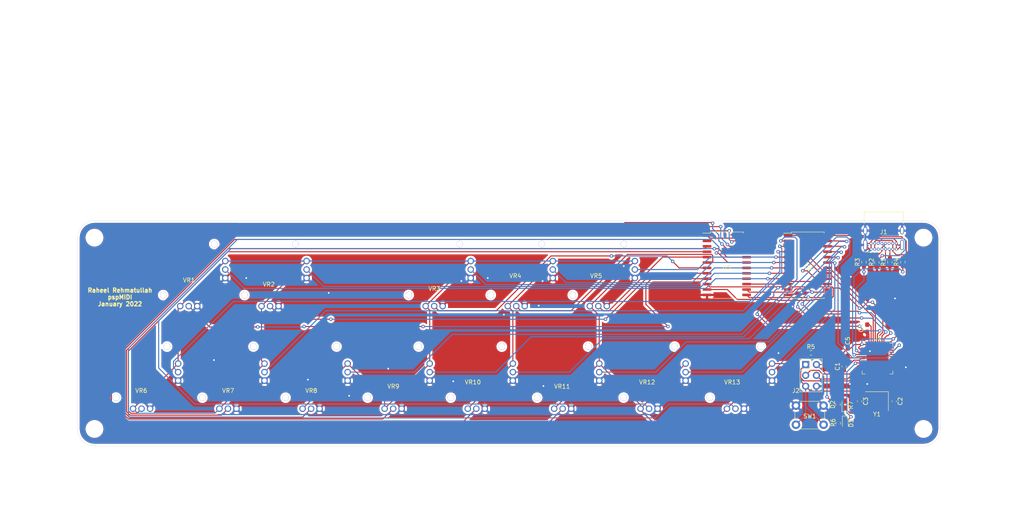
<source format=kicad_pcb>
(kicad_pcb (version 20171130) (host pcbnew "(5.1.9)-1")
  (layers (0 F.Cu signal) (31 B.Cu signal) (34 B.Paste user) (35 F.Paste user) (36 B.SilkS user) (37 F.SilkS user) (38 B.Mask user) (39 F.Mask user) (44 Edge.Cuts user))
  (net 0 "")
  (net 1 "Net-(C1-Pad2)")
  (net 2 GND)
  (net 3 "Net-(C2-Pad1)")
  (net 4 "Net-(C3-Pad2)")
  (net 5 "Net-(C4-Pad2)")
  (net 6 "Net-(D1-Pad2)")
  (net 7 "Net-(D2-Pad2)")
  (net 8 "Net-(J1-PadA6)")
  (net 9 +5V)
  (net 10 "Net-(J1-PadB5)")
  (net 11 "Net-(J1-PadB8)")
  (net 12 "Net-(J1-PadA7)")
  (net 13 "Net-(J1-PadA8)")
  (net 14 "Net-(J1-PadA5)")
  (net 15 "Net-(J2-Pad5)")
  (net 16 "Net-(J2-Pad4)")
  (net 17 "Net-(J2-Pad3)")
  (net 18 "Net-(J2-Pad1)")
  (net 19 "Net-(R3-Pad1)")
  (net 20 "Net-(R4-Pad1)")
  (net 21 "Net-(U1-Pad41)")
  (net 22 "Net-(U1-Pad40)")
  (net 23 "Net-(U1-Pad39)")
  (net 24 "Net-(U1-Pad38)")
  (net 25 "Net-(U1-Pad37)")
  (net 26 "Net-(U1-Pad36)")
  (net 27 "Net-(U1-Pad33)")
  (net 28 "Net-(U1-Pad32)")
  (net 29 "Net-(U1-Pad31)")
  (net 30 "Net-(U1-Pad30)")
  (net 31 "Net-(U1-Pad29)")
  (net 32 "Net-(U1-Pad28)")
  (net 33 "Net-(U1-Pad27)")
  (net 34 "Net-(U1-Pad26)")
  (net 35 "Net-(U1-Pad25)")
  (net 36 /TXLED)
  (net 37 "Net-(U1-Pad21)")
  (net 38 "Net-(U1-Pad20)")
  (net 39 "Net-(U1-Pad19)")
  (net 40 "Net-(U1-Pad18)")
  (net 41 "Net-(U1-Pad12)")
  (net 42 /RXLED)
  (net 43 "Net-(U1-Pad1)")
  (net 44 "Net-(U2-Pad23)")
  (net 45 "Net-(U2-Pad22)")
  (net 46 "Net-(U2-Pad21)")
  (net 47 "Net-(U2-Pad20)")
  (net 48 "Net-(U2-Pad19)")
  (net 49 "Net-(U2-Pad18)")
  (net 50 "Net-(U2-Pad17)")
  (net 51 "Net-(U2-Pad16)")
  (net 52 "Net-(U2-Pad9)")
  (net 53 "Net-(U2-Pad8)")
  (net 54 "Net-(U2-Pad7)")
  (net 55 "Net-(U2-Pad6)")
  (net 56 "Net-(U2-Pad5)")
  (net 57 "Net-(U2-Pad4)")
  (net 58 "Net-(U2-Pad3)")
  (net 59 "Net-(U2-Pad2)")
  (net 60 "Net-(U3-Pad23)")
  (net 61 "Net-(U3-Pad22)")
  (net 62 "Net-(U3-Pad21)")
  (net 63 "Net-(U3-Pad20)")
  (net 64 "Net-(U3-Pad19)")
  (net 65 "Net-(U3-Pad18)")
  (net 66 "Net-(U3-Pad17)")
  (net 67 "Net-(U3-Pad16)")
  (net 68 "Net-(U3-Pad9)")
  (net 69 "Net-(U3-Pad8)")
  (net 70 "Net-(U3-Pad7)")
  (net 71 "Net-(U3-Pad6)")
  (net 72 "Net-(U3-Pad5)")
  (net 73 "Net-(U3-Pad4)")
  (net 74 "Net-(U3-Pad3)")
  (net 75 "Net-(U3-Pad2)")
  (module Package_DFN_QFN:QFN-44-1EP_7x7mm_P0.5mm_EP5.2x5.2mm (layer F.Cu) (at 225.186 84.47)
    (fp_text reference U1 (at 0 -4.82) (layer F.SilkS))
    (fp_text value ATmega32U4-MU)
    (pad 45 smd rect (at 0 0) (size 5.2 5.2) (layers F.Cu F.Mask) (net 2 GND))
    (pad 44 smd roundrect (at -2.5 -3.3375) (size 0.25 1.075) (layers F.Cu F.Paste F.Mask) (net 9 +5V))
    (pad 43 smd roundrect (at -2 -3.3375) (size 0.25 1.075) (layers F.Cu F.Paste F.Mask) (net 2 GND))
    (pad 42 smd roundrect (at -1.5 -3.3375) (size 0.25 1.075) (layers F.Cu F.Paste F.Mask) (net 5 "Net-(C4-Pad2)"))
    (pad 41 smd roundrect (at -1 -3.3375) (size 0.25 1.075) (layers F.Cu F.Paste F.Mask) (net 21 "Net-(U1-Pad41)"))
    (pad 40 smd roundrect (at -0.5 -3.3375) (size 0.25 1.075) (layers F.Cu F.Paste F.Mask) (net 22 "Net-(U1-Pad40)"))
    (pad 39 smd roundrect (at 0 -3.3375) (size 0.25 1.075) (layers F.Cu F.Paste F.Mask) (net 23 "Net-(U1-Pad39)"))
    (pad 38 smd roundrect (at 0.5 -3.3375) (size 0.25 1.075) (layers F.Cu F.Paste F.Mask) (net 24 "Net-(U1-Pad38)"))
    (pad 37 smd roundrect (at 1 -3.3375) (size 0.25 1.075) (layers F.Cu F.Paste F.Mask) (net 25 "Net-(U1-Pad37)"))
    (pad 36 smd roundrect (at 1.5 -3.3375) (size 0.25 1.075) (layers F.Cu F.Paste F.Mask) (net 26 "Net-(U1-Pad36)"))
    (pad 35 smd roundrect (at 2 -3.3375) (size 0.25 1.075) (layers F.Cu F.Paste F.Mask) (net 2 GND))
    (pad 34 smd roundrect (at 2.5 -3.3375) (size 0.25 1.075) (layers F.Cu F.Paste F.Mask) (net 9 +5V))
    (pad 33 smd roundrect (at 3.3375 -2.5) (size 1.075 0.25) (layers F.Cu F.Paste F.Mask) (net 27 "Net-(U1-Pad33)"))
    (pad 32 smd roundrect (at 3.3375 -2) (size 1.075 0.25) (layers F.Cu F.Paste F.Mask) (net 28 "Net-(U1-Pad32)"))
    (pad 31 smd roundrect (at 3.3375 -1.5) (size 1.075 0.25) (layers F.Cu F.Paste F.Mask) (net 29 "Net-(U1-Pad31)"))
    (pad 30 smd roundrect (at 3.3375 -1) (size 1.075 0.25) (layers F.Cu F.Paste F.Mask) (net 30 "Net-(U1-Pad30)"))
    (pad 29 smd roundrect (at 3.3375 -0.5) (size 1.075 0.25) (layers F.Cu F.Paste F.Mask) (net 31 "Net-(U1-Pad29)"))
    (pad 28 smd roundrect (at 3.3375 0) (size 1.075 0.25) (layers F.Cu F.Paste F.Mask) (net 32 "Net-(U1-Pad28)"))
    (pad 27 smd roundrect (at 3.3375 0.5) (size 1.075 0.25) (layers F.Cu F.Paste F.Mask) (net 33 "Net-(U1-Pad27)"))
    (pad 26 smd roundrect (at 3.3375 1) (size 1.075 0.25) (layers F.Cu F.Paste F.Mask) (net 34 "Net-(U1-Pad26)"))
    (pad 25 smd roundrect (at 3.3375 1.5) (size 1.075 0.25) (layers F.Cu F.Paste F.Mask) (net 35 "Net-(U1-Pad25)"))
    (pad 24 smd roundrect (at 3.3375 2) (size 1.075 0.25) (layers F.Cu F.Paste F.Mask) (net 9 +5V))
    (pad 23 smd roundrect (at 3.3375 2.5) (size 1.075 0.25) (layers F.Cu F.Paste F.Mask) (net 2 GND))
    (pad 22 smd roundrect (at 2.5 3.3375) (size 0.25 1.075) (layers F.Cu F.Paste F.Mask) (net 36 /TXLED))
    (pad 21 smd roundrect (at 2 3.3375) (size 0.25 1.075) (layers F.Cu F.Paste F.Mask) (net 37 "Net-(U1-Pad21)"))
    (pad 20 smd roundrect (at 1.5 3.3375) (size 0.25 1.075) (layers F.Cu F.Paste F.Mask) (net 38 "Net-(U1-Pad20)"))
    (pad 19 smd roundrect (at 1 3.3375) (size 0.25 1.075) (layers F.Cu F.Paste F.Mask) (net 39 "Net-(U1-Pad19)"))
    (pad 18 smd roundrect (at 0.5 3.3375) (size 0.25 1.075) (layers F.Cu F.Paste F.Mask) (net 40 "Net-(U1-Pad18)"))
    (pad 17 smd roundrect (at 0 3.3375) (size 0.25 1.075) (layers F.Cu F.Paste F.Mask) (net 3 "Net-(C2-Pad1)"))
    (pad 16 smd roundrect (at -0.5 3.3375) (size 0.25 1.075) (layers F.Cu F.Paste F.Mask) (net 4 "Net-(C3-Pad2)"))
    (pad 15 smd roundrect (at -1 3.3375) (size 0.25 1.075) (layers F.Cu F.Paste F.Mask) (net 2 GND))
    (pad 14 smd roundrect (at -1.5 3.3375) (size 0.25 1.075) (layers F.Cu F.Paste F.Mask) (net 9 +5V))
    (pad 13 smd roundrect (at -2 3.3375) (size 0.25 1.075) (layers F.Cu F.Paste F.Mask) (net 15 "Net-(J2-Pad5)"))
    (pad 12 smd roundrect (at -2.5 3.3375) (size 0.25 1.075) (layers F.Cu F.Paste F.Mask) (net 41 "Net-(U1-Pad12)"))
    (pad 11 smd roundrect (at -3.3375 2.5) (size 1.075 0.25) (layers F.Cu F.Paste F.Mask) (net 18 "Net-(J2-Pad1)"))
    (pad 10 smd roundrect (at -3.3375 2) (size 1.075 0.25) (layers F.Cu F.Paste F.Mask) (net 16 "Net-(J2-Pad4)"))
    (pad 9 smd roundrect (at -3.3375 1.5) (size 1.075 0.25) (layers F.Cu F.Paste F.Mask) (net 17 "Net-(J2-Pad3)"))
    (pad 8 smd roundrect (at -3.3375 1) (size 1.075 0.25) (layers F.Cu F.Paste F.Mask) (net 42 /RXLED))
    (pad 7 smd roundrect (at -3.3375 0.5) (size 1.075 0.25) (layers F.Cu F.Paste F.Mask) (net 9 +5V))
    (pad 6 smd roundrect (at -3.3375 0) (size 1.075 0.25) (layers F.Cu F.Paste F.Mask) (net 1 "Net-(C1-Pad2)"))
    (pad 5 smd roundrect (at -3.3375 -0.5) (size 1.075 0.25) (layers F.Cu F.Paste F.Mask) (net 2 GND))
    (pad 4 smd roundrect (at -3.3375 -1) (size 1.075 0.25) (layers F.Cu F.Paste F.Mask) (net 20 "Net-(R4-Pad1)"))
    (pad 3 smd roundrect (at -3.3375 -1.5) (size 1.075 0.25) (layers F.Cu F.Paste F.Mask) (net 19 "Net-(R3-Pad1)"))
    (pad 2 smd roundrect (at -3.3375 -2) (size 1.075 0.25) (layers F.Cu F.Paste F.Mask) (net 9 +5V))
    (pad 1 smd roundrect (at -3.3375 -2.5) (size 1.075 0.25) (layers F.Cu F.Paste F.Mask) (net 43 "Net-(U1-Pad1)"))
  )
  (module MountingHole:MountingHole_3.2mm_M3 (layer F.Cu) (at 41 56)
    (fp_text reference REF** hide)
    (fp_text value MountingHole_3.2mm_M3)
    (pad 1 np_thru_hole circle (at 0 0) (size 3.2 3.2) (drill 3.2) (layers *.Cu *.Mask))
  )
  (module MountingHole:MountingHole_3.2mm_M3 (layer F.Cu) (at 41 101)
    (fp_text reference REF** hide)
    (fp_text value MountingHole_3.2mm_M3)
    (pad 1 np_thru_hole circle (at 0 0) (size 3.2 3.2) (drill 3.2) (layers *.Cu *.Mask))
  )
  (module MountingHole:MountingHole_3.2mm_M3 (layer F.Cu) (at 236 101)
    (fp_text reference REF** hide)
    (fp_text value MountingHole_3.2mm_M3)
    (pad 1 np_thru_hole circle (at 0 0) (size 3.2 3.2) (drill 3.2) (layers *.Cu *.Mask))
  )
  (module MountingHole:MountingHole_3.2mm_M3 (layer F.Cu) (at 236 56)
    (fp_text reference REF** hide)
    (fp_text value MountingHole_3.2mm_M3)
    (pad 1 np_thru_hole circle (at 0 0) (size 3.2 3.2) (drill 3.2) (layers *.Cu *.Mask))
  )
  (module Capacitor_SMD:C_0603_1608Metric_Pad1.08x0.95mm_HandSolder (layer F.Cu) (at 218.186 82.9045 90)
    (fp_text reference C5 (at 2.6405 0 90) (layer F.SilkS))
    (fp_text value 10uF)
    (pad 2 smd roundrect (at 0.8625 0 90) (size 1.075 0.95) (layers F.Cu F.Paste F.Mask) (net 9 +5V))
    (pad 1 smd roundrect (at -0.8625 0 90) (size 1.075 0.95) (layers F.Cu F.Paste F.Mask) (net 2 GND))
  )
  (module Crystal:Crystal_SMD_3225-4Pin_3.2x2.5mm_HandSoldering (layer F.Cu) (at 225.044 94.488 180)
    (fp_text reference Y1 (at 0 -3.05) (layer F.SilkS))
    (fp_text value Crystal_GND2_Small)
    (pad 4 smd rect (at -1.45 -1.15 180) (size 2.1 1.8) (layers F.Cu F.Paste F.Mask))
    (pad 3 smd rect (at 1.45 -1.15 180) (size 2.1 1.8) (layers F.Cu F.Paste F.Mask) (net 4 "Net-(C3-Pad2)"))
    (pad 2 smd rect (at 1.45 1.15 180) (size 2.1 1.8) (layers F.Cu F.Paste F.Mask) (net 2 GND))
    (pad 1 smd rect (at -1.45 1.15 180) (size 2.1 1.8) (layers F.Cu F.Paste F.Mask) (net 3 "Net-(C2-Pad1)"))
  )
  (module kicad-footprints-asukiaaa:LowHeightJoyStick (layer F.Cu) (at 191.77 87.63)
    (fp_text reference VR13 (at -0.77 2.37) (layer F.SilkS))
    (fp_text value lowHeightJoyStick)
    (pad "" thru_hole circle (at 6 -6) (size 1.5 1.5) (drill 1.5) (layers *.Cu *.Mask))
    (pad "" thru_hole circle (at -6 6) (size 1.5 1.5) (drill 1.5) (layers *.Cu *.Mask))
    (pad 6 thru_hole circle (at -2 8.6) (size 1.524 1.524) (drill 1) (layers *.Cu *.Mask) (net 9 +5V))
    (pad 5 thru_hole circle (at 0 8.6) (size 1.524 1.524) (drill 1) (layers *.Cu *.Mask) (net 64 "Net-(U3-Pad19)"))
    (pad 4 thru_hole circle (at 2 8.6) (size 1.524 1.524) (drill 1) (layers *.Cu *.Mask) (net 2 GND))
    (pad 3 thru_hole circle (at 8.6 2) (size 1.524 1.524) (drill 1) (layers *.Cu *.Mask) (net 2 GND))
    (pad 2 thru_hole circle (at 8.6 0) (size 1.524 1.524) (drill 1) (layers *.Cu *.Mask) (net 48 "Net-(U2-Pad19)"))
    (pad 1 thru_hole circle (at 8.6 -2) (size 1.524 1.524) (drill 1) (layers *.Cu *.Mask) (net 9 +5V))
  )
  (module kicad-footprints-asukiaaa:LowHeightJoyStick (layer F.Cu) (at 171.45 87.63)
    (fp_text reference VR12 (at -0.45 2.37) (layer F.SilkS))
    (fp_text value lowHeightJoyStick)
    (pad "" thru_hole circle (at 6 -6) (size 1.5 1.5) (drill 1.5) (layers *.Cu *.Mask))
    (pad "" thru_hole circle (at -6 6) (size 1.5 1.5) (drill 1.5) (layers *.Cu *.Mask))
    (pad 6 thru_hole circle (at -2 8.6) (size 1.524 1.524) (drill 1) (layers *.Cu *.Mask) (net 9 +5V))
    (pad 5 thru_hole circle (at 0 8.6) (size 1.524 1.524) (drill 1) (layers *.Cu *.Mask) (net 63 "Net-(U3-Pad20)"))
    (pad 4 thru_hole circle (at 2 8.6) (size 1.524 1.524) (drill 1) (layers *.Cu *.Mask) (net 2 GND))
    (pad 3 thru_hole circle (at 8.6 2) (size 1.524 1.524) (drill 1) (layers *.Cu *.Mask) (net 2 GND))
    (pad 2 thru_hole circle (at 8.6 0) (size 1.524 1.524) (drill 1) (layers *.Cu *.Mask) (net 47 "Net-(U2-Pad20)"))
    (pad 1 thru_hole circle (at 8.6 -2) (size 1.524 1.524) (drill 1) (layers *.Cu *.Mask) (net 9 +5V))
  )
  (module kicad-footprints-asukiaaa:LowHeightJoyStick (layer F.Cu) (at 151.13 87.63)
    (fp_text reference VR11 (at -0.13 3.37) (layer F.SilkS))
    (fp_text value lowHeightJoyStick)
    (pad "" thru_hole circle (at 6 -6) (size 1.5 1.5) (drill 1.5) (layers *.Cu *.Mask))
    (pad "" thru_hole circle (at -6 6) (size 1.5 1.5) (drill 1.5) (layers *.Cu *.Mask))
    (pad 6 thru_hole circle (at -2 8.6) (size 1.524 1.524) (drill 1) (layers *.Cu *.Mask) (net 9 +5V))
    (pad 5 thru_hole circle (at 0 8.6) (size 1.524 1.524) (drill 1) (layers *.Cu *.Mask) (net 62 "Net-(U3-Pad21)"))
    (pad 4 thru_hole circle (at 2 8.6) (size 1.524 1.524) (drill 1) (layers *.Cu *.Mask) (net 2 GND))
    (pad 3 thru_hole circle (at 8.6 2) (size 1.524 1.524) (drill 1) (layers *.Cu *.Mask) (net 2 GND))
    (pad 2 thru_hole circle (at 8.6 0) (size 1.524 1.524) (drill 1) (layers *.Cu *.Mask) (net 46 "Net-(U2-Pad21)"))
    (pad 1 thru_hole circle (at 8.6 -2) (size 1.524 1.524) (drill 1) (layers *.Cu *.Mask) (net 9 +5V))
  )
  (module kicad-footprints-asukiaaa:LowHeightJoyStick (layer F.Cu) (at 130.81 87.63)
    (fp_text reference VR10 (at -0.81 2.37) (layer F.SilkS))
    (fp_text value lowHeightJoyStick)
    (pad "" thru_hole circle (at 6 -6) (size 1.5 1.5) (drill 1.5) (layers *.Cu *.Mask))
    (pad "" thru_hole circle (at -6 6) (size 1.5 1.5) (drill 1.5) (layers *.Cu *.Mask))
    (pad 6 thru_hole circle (at -2 8.6) (size 1.524 1.524) (drill 1) (layers *.Cu *.Mask) (net 9 +5V))
    (pad 5 thru_hole circle (at 0 8.6) (size 1.524 1.524) (drill 1) (layers *.Cu *.Mask) (net 61 "Net-(U3-Pad22)"))
    (pad 4 thru_hole circle (at 2 8.6) (size 1.524 1.524) (drill 1) (layers *.Cu *.Mask) (net 2 GND))
    (pad 3 thru_hole circle (at 8.6 2) (size 1.524 1.524) (drill 1) (layers *.Cu *.Mask) (net 2 GND))
    (pad 2 thru_hole circle (at 8.6 0) (size 1.524 1.524) (drill 1) (layers *.Cu *.Mask) (net 45 "Net-(U2-Pad22)"))
    (pad 1 thru_hole circle (at 8.6 -2) (size 1.524 1.524) (drill 1) (layers *.Cu *.Mask) (net 9 +5V))
  )
  (module kicad-footprints-asukiaaa:LowHeightJoyStick (layer F.Cu) (at 111.252 87.63)
    (fp_text reference VR9 (at 0.0508 3.37) (layer F.SilkS))
    (fp_text value lowHeightJoyStick)
    (pad "" thru_hole circle (at 6 -6) (size 1.5 1.5) (drill 1.5) (layers *.Cu *.Mask))
    (pad "" thru_hole circle (at -6 6) (size 1.5 1.5) (drill 1.5) (layers *.Cu *.Mask))
    (pad 6 thru_hole circle (at -2 8.6) (size 1.524 1.524) (drill 1) (layers *.Cu *.Mask) (net 9 +5V))
    (pad 5 thru_hole circle (at 0 8.6) (size 1.524 1.524) (drill 1) (layers *.Cu *.Mask) (net 60 "Net-(U3-Pad23)"))
    (pad 4 thru_hole circle (at 2 8.6) (size 1.524 1.524) (drill 1) (layers *.Cu *.Mask) (net 2 GND))
    (pad 3 thru_hole circle (at 8.6 2) (size 1.524 1.524) (drill 1) (layers *.Cu *.Mask) (net 2 GND))
    (pad 2 thru_hole circle (at 8.6 0) (size 1.524 1.524) (drill 1) (layers *.Cu *.Mask) (net 44 "Net-(U2-Pad23)"))
    (pad 1 thru_hole circle (at 8.6 -2) (size 1.524 1.524) (drill 1) (layers *.Cu *.Mask) (net 9 +5V))
  )
  (module kicad-footprints-asukiaaa:LowHeightJoyStick (layer F.Cu) (at 91.948 87.63)
    (fp_text reference VR8 (at 0.052 4.37) (layer F.SilkS))
    (fp_text value lowHeightJoyStick)
    (pad "" thru_hole circle (at 6 -6) (size 1.5 1.5) (drill 1.5) (layers *.Cu *.Mask))
    (pad "" thru_hole circle (at -6 6) (size 1.5 1.5) (drill 1.5) (layers *.Cu *.Mask))
    (pad 6 thru_hole circle (at -2 8.6) (size 1.524 1.524) (drill 1) (layers *.Cu *.Mask) (net 9 +5V))
    (pad 5 thru_hole circle (at 0 8.6) (size 1.524 1.524) (drill 1) (layers *.Cu *.Mask) (net 75 "Net-(U3-Pad2)"))
    (pad 4 thru_hole circle (at 2 8.6) (size 1.524 1.524) (drill 1) (layers *.Cu *.Mask) (net 2 GND))
    (pad 3 thru_hole circle (at 8.6 2) (size 1.524 1.524) (drill 1) (layers *.Cu *.Mask) (net 2 GND))
    (pad 2 thru_hole circle (at 8.6 0) (size 1.524 1.524) (drill 1) (layers *.Cu *.Mask) (net 59 "Net-(U2-Pad2)"))
    (pad 1 thru_hole circle (at 8.6 -2) (size 1.524 1.524) (drill 1) (layers *.Cu *.Mask) (net 9 +5V))
  )
  (module kicad-footprints-asukiaaa:LowHeightJoyStick (layer F.Cu) (at 72.39 87.63)
    (fp_text reference VR7 (at 0.0508 4.37) (layer F.SilkS))
    (fp_text value lowHeightJoyStick)
    (pad "" thru_hole circle (at 6 -6) (size 1.5 1.5) (drill 1.5) (layers *.Cu *.Mask))
    (pad "" thru_hole circle (at -6 6) (size 1.5 1.5) (drill 1.5) (layers *.Cu *.Mask))
    (pad 6 thru_hole circle (at -2 8.6) (size 1.524 1.524) (drill 1) (layers *.Cu *.Mask) (net 9 +5V))
    (pad 5 thru_hole circle (at 0 8.6) (size 1.524 1.524) (drill 1) (layers *.Cu *.Mask) (net 74 "Net-(U3-Pad3)"))
    (pad 4 thru_hole circle (at 2 8.6) (size 1.524 1.524) (drill 1) (layers *.Cu *.Mask) (net 2 GND))
    (pad 3 thru_hole circle (at 8.6 2) (size 1.524 1.524) (drill 1) (layers *.Cu *.Mask) (net 2 GND))
    (pad 2 thru_hole circle (at 8.6 0) (size 1.524 1.524) (drill 1) (layers *.Cu *.Mask) (net 58 "Net-(U2-Pad3)"))
    (pad 1 thru_hole circle (at 8.6 -2) (size 1.524 1.524) (drill 1) (layers *.Cu *.Mask) (net 9 +5V))
  )
  (module kicad-footprints-asukiaaa:LowHeightJoyStick (layer F.Cu) (at 52.07 87.63)
    (fp_text reference VR6 (at -0.07 4.37) (layer F.SilkS))
    (fp_text value lowHeightJoyStick)
    (pad "" thru_hole circle (at 6 -6) (size 1.5 1.5) (drill 1.5) (layers *.Cu *.Mask))
    (pad "" thru_hole circle (at -6 6) (size 1.5 1.5) (drill 1.5) (layers *.Cu *.Mask))
    (pad 6 thru_hole circle (at -2 8.6) (size 1.524 1.524) (drill 1) (layers *.Cu *.Mask) (net 9 +5V))
    (pad 5 thru_hole circle (at 0 8.6) (size 1.524 1.524) (drill 1) (layers *.Cu *.Mask) (net 73 "Net-(U3-Pad4)"))
    (pad 4 thru_hole circle (at 2 8.6) (size 1.524 1.524) (drill 1) (layers *.Cu *.Mask) (net 2 GND))
    (pad 3 thru_hole circle (at 8.6 2) (size 1.524 1.524) (drill 1) (layers *.Cu *.Mask) (net 2 GND))
    (pad 2 thru_hole circle (at 8.6 0) (size 1.524 1.524) (drill 1) (layers *.Cu *.Mask) (net 57 "Net-(U2-Pad4)"))
    (pad 1 thru_hole circle (at 8.6 -2) (size 1.524 1.524) (drill 1) (layers *.Cu *.Mask) (net 9 +5V))
  )
  (module kicad-footprints-asukiaaa:LowHeightJoyStick (layer F.Cu) (at 159.512 63.5)
    (fp_text reference VR5 (at -0.512 1.5) (layer F.SilkS))
    (fp_text value lowHeightJoyStick)
    (pad "" thru_hole circle (at 6 -6) (size 1.5 1.5) (drill 1.5) (layers *.Cu *.Mask))
    (pad "" thru_hole circle (at -6 6) (size 1.5 1.5) (drill 1.5) (layers *.Cu *.Mask))
    (pad 6 thru_hole circle (at -2 8.6) (size 1.524 1.524) (drill 1) (layers *.Cu *.Mask) (net 9 +5V))
    (pad 5 thru_hole circle (at 0 8.6) (size 1.524 1.524) (drill 1) (layers *.Cu *.Mask) (net 72 "Net-(U3-Pad5)"))
    (pad 4 thru_hole circle (at 2 8.6) (size 1.524 1.524) (drill 1) (layers *.Cu *.Mask) (net 2 GND))
    (pad 3 thru_hole circle (at 8.6 2) (size 1.524 1.524) (drill 1) (layers *.Cu *.Mask) (net 2 GND))
    (pad 2 thru_hole circle (at 8.6 0) (size 1.524 1.524) (drill 1) (layers *.Cu *.Mask) (net 56 "Net-(U2-Pad5)"))
    (pad 1 thru_hole circle (at 8.6 -2) (size 1.524 1.524) (drill 1) (layers *.Cu *.Mask) (net 9 +5V))
  )
  (module kicad-footprints-asukiaaa:LowHeightJoyStick (layer F.Cu) (at 140.208 63.5)
    (fp_text reference VR4 (at -0.208 1.5) (layer F.SilkS))
    (fp_text value lowHeightJoyStick)
    (pad "" thru_hole circle (at 6 -6) (size 1.5 1.5) (drill 1.5) (layers *.Cu *.Mask))
    (pad "" thru_hole circle (at -6 6) (size 1.5 1.5) (drill 1.5) (layers *.Cu *.Mask))
    (pad 6 thru_hole circle (at -2 8.6) (size 1.524 1.524) (drill 1) (layers *.Cu *.Mask) (net 9 +5V))
    (pad 5 thru_hole circle (at 0 8.6) (size 1.524 1.524) (drill 1) (layers *.Cu *.Mask) (net 71 "Net-(U3-Pad6)"))
    (pad 4 thru_hole circle (at 2 8.6) (size 1.524 1.524) (drill 1) (layers *.Cu *.Mask) (net 2 GND))
    (pad 3 thru_hole circle (at 8.6 2) (size 1.524 1.524) (drill 1) (layers *.Cu *.Mask) (net 2 GND))
    (pad 2 thru_hole circle (at 8.6 0) (size 1.524 1.524) (drill 1) (layers *.Cu *.Mask) (net 55 "Net-(U2-Pad6)"))
    (pad 1 thru_hole circle (at 8.6 -2) (size 1.524 1.524) (drill 1) (layers *.Cu *.Mask) (net 9 +5V))
  )
  (module kicad-footprints-asukiaaa:LowHeightJoyStick (layer F.Cu) (at 120.904 63.5)
    (fp_text reference VR3 (at 0.0508 4.5) (layer F.SilkS))
    (fp_text value lowHeightJoyStick)
    (pad "" thru_hole circle (at 6 -6) (size 1.5 1.5) (drill 1.5) (layers *.Cu *.Mask))
    (pad "" thru_hole circle (at -6 6) (size 1.5 1.5) (drill 1.5) (layers *.Cu *.Mask))
    (pad 6 thru_hole circle (at -2 8.6) (size 1.524 1.524) (drill 1) (layers *.Cu *.Mask) (net 9 +5V))
    (pad 5 thru_hole circle (at 0 8.6) (size 1.524 1.524) (drill 1) (layers *.Cu *.Mask) (net 70 "Net-(U3-Pad7)"))
    (pad 4 thru_hole circle (at 2 8.6) (size 1.524 1.524) (drill 1) (layers *.Cu *.Mask) (net 2 GND))
    (pad 3 thru_hole circle (at 8.6 2) (size 1.524 1.524) (drill 1) (layers *.Cu *.Mask) (net 2 GND))
    (pad 2 thru_hole circle (at 8.6 0) (size 1.524 1.524) (drill 1) (layers *.Cu *.Mask) (net 54 "Net-(U2-Pad7)"))
    (pad 1 thru_hole circle (at 8.6 -2) (size 1.524 1.524) (drill 1) (layers *.Cu *.Mask) (net 9 +5V))
  )
  (module kicad-footprints-asukiaaa:LowHeightJoyStick (layer F.Cu) (at 82.296 63.5)
    (fp_text reference VR2 (at -0.296 3.5) (layer F.SilkS))
    (fp_text value lowHeightJoyStick)
    (pad "" thru_hole circle (at 6 -6) (size 1.5 1.5) (drill 1.5) (layers *.Cu *.Mask))
    (pad "" thru_hole circle (at -6 6) (size 1.5 1.5) (drill 1.5) (layers *.Cu *.Mask))
    (pad 6 thru_hole circle (at -2 8.6) (size 1.524 1.524) (drill 1) (layers *.Cu *.Mask) (net 9 +5V))
    (pad 5 thru_hole circle (at 0 8.6) (size 1.524 1.524) (drill 1) (layers *.Cu *.Mask) (net 69 "Net-(U3-Pad8)"))
    (pad 4 thru_hole circle (at 2 8.6) (size 1.524 1.524) (drill 1) (layers *.Cu *.Mask) (net 2 GND))
    (pad 3 thru_hole circle (at 8.6 2) (size 1.524 1.524) (drill 1) (layers *.Cu *.Mask) (net 2 GND))
    (pad 2 thru_hole circle (at 8.6 0) (size 1.524 1.524) (drill 1) (layers *.Cu *.Mask) (net 53 "Net-(U2-Pad8)"))
    (pad 1 thru_hole circle (at 8.6 -2) (size 1.524 1.524) (drill 1) (layers *.Cu *.Mask) (net 9 +5V))
  )
  (module kicad-footprints-asukiaaa:LowHeightJoyStick (layer F.Cu) (at 63.166001 63.5)
    (fp_text reference VR1 (at 0.0508 2.5) (layer F.SilkS))
    (fp_text value lowHeightJoyStick)
    (pad "" thru_hole circle (at 6 -6) (size 1.5 1.5) (drill 1.5) (layers *.Cu *.Mask))
    (pad "" thru_hole circle (at -6 6) (size 1.5 1.5) (drill 1.5) (layers *.Cu *.Mask))
    (pad 6 thru_hole circle (at -2 8.6) (size 1.524 1.524) (drill 1) (layers *.Cu *.Mask) (net 9 +5V))
    (pad 5 thru_hole circle (at 0 8.6) (size 1.524 1.524) (drill 1) (layers *.Cu *.Mask) (net 68 "Net-(U3-Pad9)"))
    (pad 4 thru_hole circle (at 2 8.6) (size 1.524 1.524) (drill 1) (layers *.Cu *.Mask) (net 2 GND))
    (pad 3 thru_hole circle (at 8.6 2) (size 1.524 1.524) (drill 1) (layers *.Cu *.Mask) (net 2 GND))
    (pad 2 thru_hole circle (at 8.6 0) (size 1.524 1.524) (drill 1) (layers *.Cu *.Mask) (net 52 "Net-(U2-Pad9)"))
    (pad 1 thru_hole circle (at 8.6 -2) (size 1.524 1.524) (drill 1) (layers *.Cu *.Mask) (net 9 +5V))
  )
  (module Package_SO:SOIC-24W_7.5x15.4mm_P1.27mm (layer F.Cu) (at 189.738 62.484)
    (fp_text reference U3 (at 0 0.516) (layer F.SilkS))
    (fp_text value CD74HC4067M)
    (pad 24 smd roundrect (at 4.65 -6.985) (size 2.05 0.6) (layers F.Cu F.Paste F.Mask) (net 9 +5V))
    (pad 23 smd roundrect (at 4.65 -5.715) (size 2.05 0.6) (layers F.Cu F.Paste F.Mask) (net 60 "Net-(U3-Pad23)"))
    (pad 22 smd roundrect (at 4.65 -4.445) (size 2.05 0.6) (layers F.Cu F.Paste F.Mask) (net 61 "Net-(U3-Pad22)"))
    (pad 21 smd roundrect (at 4.65 -3.175) (size 2.05 0.6) (layers F.Cu F.Paste F.Mask) (net 62 "Net-(U3-Pad21)"))
    (pad 20 smd roundrect (at 4.65 -1.905) (size 2.05 0.6) (layers F.Cu F.Paste F.Mask) (net 63 "Net-(U3-Pad20)"))
    (pad 19 smd roundrect (at 4.65 -0.635) (size 2.05 0.6) (layers F.Cu F.Paste F.Mask) (net 64 "Net-(U3-Pad19)"))
    (pad 18 smd roundrect (at 4.65 0.635) (size 2.05 0.6) (layers F.Cu F.Paste F.Mask) (net 65 "Net-(U3-Pad18)"))
    (pad 17 smd roundrect (at 4.65 1.905) (size 2.05 0.6) (layers F.Cu F.Paste F.Mask) (net 66 "Net-(U3-Pad17)"))
    (pad 16 smd roundrect (at 4.65 3.175) (size 2.05 0.6) (layers F.Cu F.Paste F.Mask) (net 67 "Net-(U3-Pad16)"))
    (pad 15 smd roundrect (at 4.65 4.445) (size 2.05 0.6) (layers F.Cu F.Paste F.Mask) (net 28 "Net-(U1-Pad32)"))
    (pad 14 smd roundrect (at 4.65 5.715) (size 2.05 0.6) (layers F.Cu F.Paste F.Mask) (net 25 "Net-(U1-Pad37)"))
    (pad 13 smd roundrect (at 4.65 6.985) (size 2.05 0.6) (layers F.Cu F.Paste F.Mask) (net 26 "Net-(U1-Pad36)"))
    (pad 12 smd roundrect (at -4.65 6.985) (size 2.05 0.6) (layers F.Cu F.Paste F.Mask) (net 2 GND))
    (pad 11 smd roundrect (at -4.65 5.715) (size 2.05 0.6) (layers F.Cu F.Paste F.Mask) (net 24 "Net-(U1-Pad38)"))
    (pad 10 smd roundrect (at -4.65 4.445) (size 2.05 0.6) (layers F.Cu F.Paste F.Mask) (net 23 "Net-(U1-Pad39)"))
    (pad 9 smd roundrect (at -4.65 3.175) (size 2.05 0.6) (layers F.Cu F.Paste F.Mask) (net 68 "Net-(U3-Pad9)"))
    (pad 8 smd roundrect (at -4.65 1.905) (size 2.05 0.6) (layers F.Cu F.Paste F.Mask) (net 69 "Net-(U3-Pad8)"))
    (pad 7 smd roundrect (at -4.65 0.635) (size 2.05 0.6) (layers F.Cu F.Paste F.Mask) (net 70 "Net-(U3-Pad7)"))
    (pad 6 smd roundrect (at -4.65 -0.635) (size 2.05 0.6) (layers F.Cu F.Paste F.Mask) (net 71 "Net-(U3-Pad6)"))
    (pad 5 smd roundrect (at -4.65 -1.905) (size 2.05 0.6) (layers F.Cu F.Paste F.Mask) (net 72 "Net-(U3-Pad5)"))
    (pad 4 smd roundrect (at -4.65 -3.175) (size 2.05 0.6) (layers F.Cu F.Paste F.Mask) (net 73 "Net-(U3-Pad4)"))
    (pad 3 smd roundrect (at -4.65 -4.445) (size 2.05 0.6) (layers F.Cu F.Paste F.Mask) (net 74 "Net-(U3-Pad3)"))
    (pad 2 smd roundrect (at -4.65 -5.715) (size 2.05 0.6) (layers F.Cu F.Paste F.Mask) (net 75 "Net-(U3-Pad2)"))
    (pad 1 smd roundrect (at -4.65 -6.985) (size 2.05 0.6) (layers F.Cu F.Paste F.Mask) (net 22 "Net-(U1-Pad40)"))
  )
  (module Package_SO:SOIC-24W_7.5x15.4mm_P1.27mm (layer F.Cu) (at 208.788 62.484)
    (fp_text reference U2 (at 0.212 0.516) (layer F.SilkS))
    (fp_text value CD74HC4067M)
    (pad 24 smd roundrect (at 4.65 -6.985) (size 2.05 0.6) (layers F.Cu F.Paste F.Mask) (net 9 +5V))
    (pad 23 smd roundrect (at 4.65 -5.715) (size 2.05 0.6) (layers F.Cu F.Paste F.Mask) (net 44 "Net-(U2-Pad23)"))
    (pad 22 smd roundrect (at 4.65 -4.445) (size 2.05 0.6) (layers F.Cu F.Paste F.Mask) (net 45 "Net-(U2-Pad22)"))
    (pad 21 smd roundrect (at 4.65 -3.175) (size 2.05 0.6) (layers F.Cu F.Paste F.Mask) (net 46 "Net-(U2-Pad21)"))
    (pad 20 smd roundrect (at 4.65 -1.905) (size 2.05 0.6) (layers F.Cu F.Paste F.Mask) (net 47 "Net-(U2-Pad20)"))
    (pad 19 smd roundrect (at 4.65 -0.635) (size 2.05 0.6) (layers F.Cu F.Paste F.Mask) (net 48 "Net-(U2-Pad19)"))
    (pad 18 smd roundrect (at 4.65 0.635) (size 2.05 0.6) (layers F.Cu F.Paste F.Mask) (net 49 "Net-(U2-Pad18)"))
    (pad 17 smd roundrect (at 4.65 1.905) (size 2.05 0.6) (layers F.Cu F.Paste F.Mask) (net 50 "Net-(U2-Pad17)"))
    (pad 16 smd roundrect (at 4.65 3.175) (size 2.05 0.6) (layers F.Cu F.Paste F.Mask) (net 51 "Net-(U2-Pad16)"))
    (pad 15 smd roundrect (at 4.65 4.445) (size 2.05 0.6) (layers F.Cu F.Paste F.Mask) (net 28 "Net-(U1-Pad32)"))
    (pad 14 smd roundrect (at 4.65 5.715) (size 2.05 0.6) (layers F.Cu F.Paste F.Mask) (net 25 "Net-(U1-Pad37)"))
    (pad 13 smd roundrect (at 4.65 6.985) (size 2.05 0.6) (layers F.Cu F.Paste F.Mask) (net 26 "Net-(U1-Pad36)"))
    (pad 12 smd roundrect (at -4.65 6.985) (size 2.05 0.6) (layers F.Cu F.Paste F.Mask) (net 2 GND))
    (pad 11 smd roundrect (at -4.65 5.715) (size 2.05 0.6) (layers F.Cu F.Paste F.Mask) (net 24 "Net-(U1-Pad38)"))
    (pad 10 smd roundrect (at -4.65 4.445) (size 2.05 0.6) (layers F.Cu F.Paste F.Mask) (net 23 "Net-(U1-Pad39)"))
    (pad 9 smd roundrect (at -4.65 3.175) (size 2.05 0.6) (layers F.Cu F.Paste F.Mask) (net 52 "Net-(U2-Pad9)"))
    (pad 8 smd roundrect (at -4.65 1.905) (size 2.05 0.6) (layers F.Cu F.Paste F.Mask) (net 53 "Net-(U2-Pad8)"))
    (pad 7 smd roundrect (at -4.65 0.635) (size 2.05 0.6) (layers F.Cu F.Paste F.Mask) (net 54 "Net-(U2-Pad7)"))
    (pad 6 smd roundrect (at -4.65 -0.635) (size 2.05 0.6) (layers F.Cu F.Paste F.Mask) (net 55 "Net-(U2-Pad6)"))
    (pad 5 smd roundrect (at -4.65 -1.905) (size 2.05 0.6) (layers F.Cu F.Paste F.Mask) (net 56 "Net-(U2-Pad5)"))
    (pad 4 smd roundrect (at -4.65 -3.175) (size 2.05 0.6) (layers F.Cu F.Paste F.Mask) (net 57 "Net-(U2-Pad4)"))
    (pad 3 smd roundrect (at -4.65 -4.445) (size 2.05 0.6) (layers F.Cu F.Paste F.Mask) (net 58 "Net-(U2-Pad3)"))
    (pad 2 smd roundrect (at -4.65 -5.715) (size 2.05 0.6) (layers F.Cu F.Paste F.Mask) (net 59 "Net-(U2-Pad2)"))
    (pad 1 smd roundrect (at -4.65 -6.985) (size 2.05 0.6) (layers F.Cu F.Paste F.Mask) (net 21 "Net-(U1-Pad41)"))
  )
  (module Button_Switch_THT:SW_PUSH_6mm (layer F.Cu) (at 206 95.5)
    (fp_text reference SW1 (at 3.25 2.5) (layer F.SilkS))
    (fp_text value SW_Push)
    (pad 1 thru_hole circle (at 6.5 0 90) (size 2 2) (drill 1.1) (layers *.Cu *.Mask) (net 2 GND))
    (pad 2 thru_hole circle (at 6.5 4.5 90) (size 2 2) (drill 1.1) (layers *.Cu *.Mask) (net 15 "Net-(J2-Pad5)"))
    (pad 1 thru_hole circle (at 0 0 90) (size 2 2) (drill 1.1) (layers *.Cu *.Mask) (net 2 GND))
    (pad 2 thru_hole circle (at 0 4.5 90) (size 2 2) (drill 1.1) (layers *.Cu *.Mask) (net 15 "Net-(J2-Pad5)"))
  )
  (module Resistor_SMD:R_0603_1608Metric_Pad0.98x0.95mm_HandSolder (layer F.Cu) (at 215.9 95.2625 270)
    (fp_text reference R7 (at 0.1375 -3 90) (layer F.SilkS))
    (fp_text value R)
    (pad 2 smd roundrect (at 0.9125 0 270) (size 0.975 0.95) (layers F.Cu F.Paste F.Mask) (net 9 +5V))
    (pad 1 smd roundrect (at -0.9125 0 270) (size 0.975 0.95) (layers F.Cu F.Paste F.Mask) (net 7 "Net-(D2-Pad2)"))
  )
  (module Resistor_SMD:R_0603_1608Metric_Pad0.98x0.95mm_HandSolder (layer F.Cu) (at 215.95 99.65 270)
    (fp_text reference R6 (at -0.15 1.2 90) (layer F.SilkS))
    (fp_text value R)
    (pad 2 smd roundrect (at 0.9125 0 270) (size 0.975 0.95) (layers F.Cu F.Paste F.Mask) (net 6 "Net-(D1-Pad2)"))
    (pad 1 smd roundrect (at -0.9125 0 270) (size 0.975 0.95) (layers F.Cu F.Paste F.Mask) (net 9 +5V))
  )
  (module Resistor_SMD:R_0603_1608Metric_Pad0.98x0.95mm_HandSolder (layer F.Cu) (at 209.5125 83.1)
    (fp_text reference R5 (at 0 -1.43) (layer F.SilkS))
    (fp_text value 10k)
    (pad 2 smd roundrect (at 0.9125 0) (size 0.975 0.95) (layers F.Cu F.Paste F.Mask) (net 9 +5V))
    (pad 1 smd roundrect (at -0.9125 0) (size 0.975 0.95) (layers F.Cu F.Paste F.Mask) (net 15 "Net-(J2-Pad5)"))
  )
  (module Resistor_SMD:R_0603_1608Metric_Pad0.98x0.95mm_HandSolder (layer F.Cu) (at 231.14 61.754 90)
    (fp_text reference R4 (at 0 -1.524 90) (layer F.SilkS))
    (fp_text value 22)
    (pad 2 smd roundrect (at 0.9125 0 90) (size 0.975 0.95) (layers F.Cu F.Paste F.Mask) (net 8 "Net-(J1-PadA6)"))
    (pad 1 smd roundrect (at -0.9125 0 90) (size 0.975 0.95) (layers F.Cu F.Paste F.Mask) (net 20 "Net-(R4-Pad1)"))
  )
  (module Resistor_SMD:R_0603_1608Metric_Pad0.98x0.95mm_HandSolder (layer F.Cu) (at 221.996 61.754 90)
    (fp_text reference R3 (at 0 -1.524 90) (layer F.SilkS))
    (fp_text value 22)
    (pad 2 smd roundrect (at 0.9125 0 90) (size 0.975 0.95) (layers F.Cu F.Paste F.Mask) (net 12 "Net-(J1-PadA7)"))
    (pad 1 smd roundrect (at -0.9125 0 90) (size 0.975 0.95) (layers F.Cu F.Paste F.Mask) (net 19 "Net-(R3-Pad1)"))
  )
  (module Resistor_SMD:R_0603_1608Metric_Pad0.98x0.95mm_HandSolder (layer F.Cu) (at 225.044 61.8575 270)
    (fp_text reference R2 (at -0.1035 1.27 90) (layer F.SilkS))
    (fp_text value 22)
    (pad 2 smd roundrect (at 0.9125 0 270) (size 0.975 0.95) (layers F.Cu F.Paste F.Mask) (net 2 GND))
    (pad 1 smd roundrect (at -0.9125 0 270) (size 0.975 0.95) (layers F.Cu F.Paste F.Mask) (net 10 "Net-(J1-PadB5)"))
  )
  (module Resistor_SMD:R_0603_1608Metric_Pad0.98x0.95mm_HandSolder (layer F.Cu) (at 228.092 61.754 90)
    (fp_text reference R1 (at 0 -1.524 90) (layer F.SilkS))
    (fp_text value 22)
    (pad 2 smd roundrect (at 0.9125 0 90) (size 0.975 0.95) (layers F.Cu F.Paste F.Mask) (net 14 "Net-(J1-PadA5)"))
    (pad 1 smd roundrect (at -0.9125 0 90) (size 0.975 0.95) (layers F.Cu F.Paste F.Mask) (net 2 GND))
  )
  (module Connector_PinHeader_2.54mm:PinHeader_2x03_P2.54mm_Vertical (layer F.Cu) (at 208.28 85.852)
    (fp_text reference J2 (at -2.28 6.148) (layer F.SilkS))
    (fp_text value AVR-ISP-6)
    (pad 6 thru_hole oval (at 2.54 5.08) (size 1.7 1.7) (drill 1) (layers *.Cu *.Mask) (net 2 GND))
    (pad 5 thru_hole oval (at 0 5.08) (size 1.7 1.7) (drill 1) (layers *.Cu *.Mask) (net 15 "Net-(J2-Pad5)"))
    (pad 4 thru_hole oval (at 2.54 2.54) (size 1.7 1.7) (drill 1) (layers *.Cu *.Mask) (net 16 "Net-(J2-Pad4)"))
    (pad 3 thru_hole oval (at 0 2.54) (size 1.7 1.7) (drill 1) (layers *.Cu *.Mask) (net 17 "Net-(J2-Pad3)"))
    (pad 2 thru_hole oval (at 2.54 0) (size 1.7 1.7) (drill 1) (layers *.Cu *.Mask) (net 9 +5V))
    (pad 1 thru_hole rect (at 0 0) (size 1.7 1.7) (drill 1) (layers *.Cu *.Mask) (net 18 "Net-(J2-Pad1)"))
  )
  (module Connector_USB:USB_C_Receptacle_GCT_USB4085 (layer F.Cu) (at 229.616 58.706 180)
    (fp_text reference J1 (at 2.975 4.064) (layer F.SilkS))
    (fp_text value USB_C_Receptacle_USB2.0)
    (pad S1 thru_hole oval (at 7.3 4.36 180) (size 0.9 1.7) (drill oval 0.6 1.4) (layers *.Cu *.Mask) (net 2 GND))
    (pad S1 thru_hole oval (at -1.35 4.36 180) (size 0.9 1.7) (drill oval 0.6 1.4) (layers *.Cu *.Mask) (net 2 GND))
    (pad S1 thru_hole oval (at 7.3 0.98 180) (size 0.9 2.4) (drill oval 0.6 2.1) (layers *.Cu *.Mask) (net 2 GND))
    (pad S1 thru_hole oval (at -1.35 0.98 180) (size 0.9 2.4) (drill oval 0.6 2.1) (layers *.Cu *.Mask) (net 2 GND))
    (pad B6 thru_hole circle (at 3.4 1.35 180) (size 0.7 0.7) (drill 0.4) (layers *.Cu *.Mask) (net 8 "Net-(J1-PadA6)"))
    (pad B1 thru_hole circle (at 5.95 1.35 180) (size 0.7 0.7) (drill 0.4) (layers *.Cu *.Mask) (net 2 GND))
    (pad B4 thru_hole circle (at 5.1 1.35 180) (size 0.7 0.7) (drill 0.4) (layers *.Cu *.Mask) (net 9 +5V))
    (pad B5 thru_hole circle (at 4.25 1.35 180) (size 0.7 0.7) (drill 0.4) (layers *.Cu *.Mask) (net 10 "Net-(J1-PadB5)"))
    (pad B12 thru_hole circle (at 0 1.35 180) (size 0.7 0.7) (drill 0.4) (layers *.Cu *.Mask) (net 2 GND))
    (pad B8 thru_hole circle (at 1.7 1.35 180) (size 0.7 0.7) (drill 0.4) (layers *.Cu *.Mask) (net 11 "Net-(J1-PadB8)"))
    (pad B7 thru_hole circle (at 2.55 1.35 180) (size 0.7 0.7) (drill 0.4) (layers *.Cu *.Mask) (net 12 "Net-(J1-PadA7)"))
    (pad B9 thru_hole circle (at 0.85 1.35 180) (size 0.7 0.7) (drill 0.4) (layers *.Cu *.Mask) (net 9 +5V))
    (pad A12 thru_hole circle (at 5.95 0 180) (size 0.7 0.7) (drill 0.4) (layers *.Cu *.Mask) (net 2 GND))
    (pad A9 thru_hole circle (at 5.1 0 180) (size 0.7 0.7) (drill 0.4) (layers *.Cu *.Mask) (net 9 +5V))
    (pad A8 thru_hole circle (at 4.25 0 180) (size 0.7 0.7) (drill 0.4) (layers *.Cu *.Mask) (net 13 "Net-(J1-PadA8)"))
    (pad A7 thru_hole circle (at 3.4 0 180) (size 0.7 0.7) (drill 0.4) (layers *.Cu *.Mask) (net 12 "Net-(J1-PadA7)"))
    (pad A6 thru_hole circle (at 2.55 0 180) (size 0.7 0.7) (drill 0.4) (layers *.Cu *.Mask) (net 8 "Net-(J1-PadA6)"))
    (pad A5 thru_hole circle (at 1.7 0 180) (size 0.7 0.7) (drill 0.4) (layers *.Cu *.Mask) (net 14 "Net-(J1-PadA5)"))
    (pad A4 thru_hole circle (at 0.85 0 180) (size 0.7 0.7) (drill 0.4) (layers *.Cu *.Mask) (net 9 +5V))
    (pad A1 thru_hole circle (at 0 0 180) (size 0.7 0.7) (drill 0.4) (layers *.Cu *.Mask) (net 2 GND))
  )
  (module LED_SMD:LED_0603_1608Metric_Castellated (layer F.Cu) (at 217.5 95.260999 90)
    (fp_text reference D2 (at 0.010999 -2.85 90) (layer F.SilkS))
    (fp_text value LED)
    (pad 2 smd roundrect (at 0.8125 0 90) (size 1.225 0.85) (layers F.Cu F.Paste F.Mask) (net 7 "Net-(D2-Pad2)"))
    (pad 1 smd roundrect (at -0.8125 0 90) (size 1.225 0.85) (layers F.Cu F.Paste F.Mask) (net 36 /TXLED))
  )
  (module LED_SMD:LED_0603_1608Metric_Castellated (layer F.Cu) (at 217.606999 99.639001 270)
    (fp_text reference D1 (at 0 -1.38 90) (layer F.SilkS))
    (fp_text value LED)
    (pad 2 smd roundrect (at 0.8125 0 270) (size 1.225 0.85) (layers F.Cu F.Paste F.Mask) (net 6 "Net-(D1-Pad2)"))
    (pad 1 smd roundrect (at -0.8125 0 270) (size 1.225 0.85) (layers F.Cu F.Paste F.Mask) (net 42 /RXLED))
  )
  (module Capacitor_SMD:C_0603_1608Metric_Pad1.08x0.95mm_HandSolder (layer F.Cu) (at 222.758 77.3165 90)
    (fp_text reference C4 (at 0 -1.43 90) (layer F.SilkS))
    (fp_text value 100nF)
    (pad 2 smd roundrect (at 0.8625 0 90) (size 1.075 0.95) (layers F.Cu F.Paste F.Mask) (net 5 "Net-(C4-Pad2)"))
    (pad 1 smd roundrect (at -0.8625 0 90) (size 1.075 0.95) (layers F.Cu F.Paste F.Mask) (net 2 GND))
  )
  (module Capacitor_SMD:C_0603_1608Metric_Pad1.08x0.95mm_HandSolder (layer F.Cu) (at 220.98 94.488 270)
    (fp_text reference C3 (at 0 -1.43 90) (layer F.SilkS))
    (fp_text value 22pF)
    (pad 2 smd roundrect (at 0.8625 0 270) (size 1.075 0.95) (layers F.Cu F.Paste F.Mask) (net 4 "Net-(C3-Pad2)"))
    (pad 1 smd roundrect (at -0.8625 0 270) (size 1.075 0.95) (layers F.Cu F.Paste F.Mask) (net 2 GND))
  )
  (module Capacitor_SMD:C_0603_1608Metric_Pad1.08x0.95mm_HandSolder (layer F.Cu) (at 229.108 94.488 270)
    (fp_text reference C2 (at 0 -1.43 90) (layer F.SilkS))
    (fp_text value 22pF)
    (pad 2 smd roundrect (at 0.8625 0 270) (size 1.075 0.95) (layers F.Cu F.Paste F.Mask) (net 2 GND))
    (pad 1 smd roundrect (at -0.8625 0 270) (size 1.075 0.95) (layers F.Cu F.Paste F.Mask) (net 3 "Net-(C2-Pad1)"))
  )
  (module Capacitor_SMD:C_0603_1608Metric_Pad1.08x0.95mm_HandSolder (layer F.Cu) (at 217.3 86.3 270)
    (fp_text reference C1 (at 0 1.524 90) (layer F.SilkS))
    (fp_text value 1uF)
    (pad 2 smd roundrect (at 0.8625 0 270) (size 1.075 0.95) (layers F.Cu F.Paste F.Mask) (net 1 "Net-(C1-Pad2)"))
    (pad 1 smd roundrect (at -0.8625 0 270) (size 1.075 0.95) (layers F.Cu F.Paste F.Mask) (net 2 GND))
  )
  (gr_text "Raheel Rehmatullah\npspMIDI\nJanuary 2022" (at 47 70) (layer F.SilkS) (effects (font (size 1 1) (thickness 0.25))))
  (gr_arc (start 41 56) (end 41 52) (angle -90) (layer Edge.Cuts) (width 0.05))
  (gr_arc (start 41 101) (end 37 101) (angle -90) (layer Edge.Cuts) (width 0.05))
  (gr_arc (start 236 101) (end 236 105) (angle -90) (layer Edge.Cuts) (width 0.05))
  (gr_arc (start 236 56) (end 240 56) (angle -90) (layer Edge.Cuts) (width 0.05))
  (gr_line (start 41 52) (end 236 52) (layer Edge.Cuts) (width 0.05))
  (gr_line (start 37 101) (end 37 56) (layer Edge.Cuts) (width 0.05))
  (gr_line (start 236 105) (end 41 105) (layer Edge.Cuts) (width 0.05))
  (gr_line (start 240 56) (end 240 101) (layer Edge.Cuts) (width 0.05))
  (via (at 213.3 93.45) (size 0.8) (drill 0.4) (layers F.Cu B.Cu) (net 9))
  (via (at 218.95 98.15) (size 0.8) (drill 0.4) (layers F.Cu B.Cu) (net 42))
  (segment (start 217.3 87.01991) (end 217.3 87.1625) (width 0.25) (layer F.Cu) (net 1))
  (segment (start 221.262978 84.47) (end 221.8485 84.47) (width 0.25) (layer F.Cu) (net 1))
  (segment (start 220.907979 84.824999) (end 221.262978 84.47) (width 0.25) (layer F.Cu) (net 1))
  (segment (start 219.637501 84.824999) (end 220.907979 84.824999) (width 0.25) (layer F.Cu) (net 1))
  (segment (start 217.3 87.1625) (end 219.637501 84.824999) (width 0.25) (layer F.Cu) (net 1))
  (via (at 220 85.55) (size 0.8) (drill 0.4) (layers F.Cu B.Cu) (net 42))
  (via (at 220.95 73.65) (size 0.8) (drill 0.4) (layers F.Cu B.Cu) (net 26))
  (via (at 207.5 71.6) (size 0.8) (drill 0.4) (layers F.Cu B.Cu) (net 26))
  (via (at 228.3 78.45) (size 0.8) (drill 0.4) (layers F.Cu B.Cu) (net 26))
  (via (at 227.15 78.2) (size 0.8) (drill 0.4) (layers F.Cu B.Cu) (net 25))
  (via (at 206.4 72.25) (size 0.8) (drill 0.4) (layers F.Cu B.Cu) (net 25))
  (via (at 230.3 81.3) (size 0.8) (drill 0.4) (layers F.Cu B.Cu) (net 28))
  (via (at 224 71.2) (size 0.8) (drill 0.4) (layers F.Cu B.Cu) (net 24))
  (via (at 221 76.85) (size 0.8) (drill 0.4) (layers F.Cu B.Cu) (net 23))
  (via (at 225.7 77.9) (size 0.8) (drill 0.4) (layers F.Cu B.Cu) (net 23))
  (via (at 196.9 74) (size 0.8) (drill 0.4) (layers F.Cu B.Cu) (net 23))
  (via (at 201.8 67.75) (size 0.8) (drill 0.4) (layers F.Cu B.Cu) (net 23))
  (via (at 228.9 79.8) (size 0.8) (drill 0.4) (layers F.Cu B.Cu) (net 9))
  (via (at 221.5 81.1) (size 0.8) (drill 0.4) (layers F.Cu B.Cu) (net 9))
  (via (at 223.4 82.7) (size 0.8) (drill 0.4) (layers F.Cu B.Cu) (net 2))
  (via (at 186.4 52.6) (size 0.8) (drill 0.4) (layers F.Cu B.Cu) (net 62))
  (via (at 188.6 57.5) (size 0.8) (drill 0.4) (layers F.Cu B.Cu) (net 62))
  (via (at 189.9 57.6) (size 0.8) (drill 0.4) (layers F.Cu B.Cu) (net 61))
  (via (at 190.9 57) (size 0.8) (drill 0.4) (layers F.Cu B.Cu) (net 60))
  (via (at 222.758 90.424) (size 0.8) (drill 0.4) (layers F.Cu B.Cu) (net 2))
  (via (at 218.694 90.424) (size 0.8) (drill 0.4) (layers F.Cu B.Cu) (net 2))
  (segment (start 168.112 65.5) (end 161.512 72.1) (width 0.25) (layer F.Cu) (net 2))
  (segment (start 122.904 72.1) (end 129.504 65.5) (width 0.25) (layer F.Cu) (net 2))
  (segment (start 90.896 65.5) (end 84.296 72.1) (width 0.25) (layer F.Cu) (net 2))
  (segment (start 71.766001 65.5) (end 65.166001 72.1) (width 0.25) (layer F.Cu) (net 2))
  (segment (start 60.67 89.63) (end 54.07 96.23) (width 0.25) (layer F.Cu) (net 2))
  (segment (start 74.39 96.23) (end 80.99 89.63) (width 0.25) (layer F.Cu) (net 2))
  (segment (start 93.948 96.23) (end 100.548 89.63) (width 0.25) (layer F.Cu) (net 2))
  (segment (start 113.252 96.23) (end 119.852 89.63) (width 0.25) (layer F.Cu) (net 2))
  (segment (start 132.81 96.23) (end 139.41 89.63) (width 0.25) (layer F.Cu) (net 2))
  (segment (start 153.13 96.23) (end 159.73 89.63) (width 0.25) (layer F.Cu) (net 2))
  (segment (start 173.45 96.23) (end 180.05 89.63) (width 0.25) (layer F.Cu) (net 2))
  (segment (start 193.77 96.23) (end 200.37 89.63) (width 0.25) (layer F.Cu) (net 2))
  (segment (start 229.616 58.706) (end 229.616 57.356) (width 0.25) (layer F.Cu) (net 2))
  (segment (start 223.666 58.706) (end 223.666 57.356) (width 0.25) (layer F.Cu) (net 2))
  (segment (start 224.12799 61.85399) (end 225.044 62.77) (width 0.25) (layer F.Cu) (net 2))
  (segment (start 221.72548 61.85399) (end 224.12799 61.85399) (width 0.25) (layer F.Cu) (net 2))
  (segment (start 221.19599 61.3245) (end 221.72548 61.85399) (width 0.25) (layer F.Cu) (net 2))
  (segment (start 221.19599 60.3585) (end 221.19599 61.3245) (width 0.25) (layer F.Cu) (net 2))
  (segment (start 222.84849 58.706) (end 221.19599 60.3585) (width 0.25) (layer F.Cu) (net 2))
  (segment (start 223.666 58.706) (end 222.84849 58.706) (width 0.25) (layer F.Cu) (net 2))
  (segment (start 223.666 56.861026) (end 223.666 57.356) (width 0.25) (layer F.Cu) (net 2))
  (segment (start 224.296036 56.23099) (end 223.666 56.861026) (width 0.25) (layer F.Cu) (net 2))
  (segment (start 228.985964 56.23099) (end 224.296036 56.23099) (width 0.25) (layer F.Cu) (net 2))
  (segment (start 229.616 56.861026) (end 228.985964 56.23099) (width 0.25) (layer F.Cu) (net 2))
  (segment (start 229.616 57.356) (end 229.616 56.861026) (width 0.25) (layer F.Cu) (net 2))
  (segment (start 221.79851 84.01999) (end 221.8485 83.97) (width 0.25) (layer F.Cu) (net 2))
  (segment (start 224.894 93.338) (end 223.594 93.338) (width 0.25) (layer F.Cu) (net 2))
  (segment (start 224.969001 93.413001) (end 224.894 93.338) (width 0.25) (layer F.Cu) (net 2))
  (segment (start 225.183999 96.863001) (end 224.969001 96.648003) (width 0.25) (layer F.Cu) (net 2))
  (segment (start 228.132999 96.863001) (end 225.183999 96.863001) (width 0.25) (layer F.Cu) (net 2))
  (segment (start 229.108 95.888) (end 228.132999 96.863001) (width 0.25) (layer F.Cu) (net 2))
  (segment (start 229.108 95.3505) (end 229.108 95.888) (width 0.25) (layer F.Cu) (net 2))
  (segment (start 223.3065 93.6255) (end 223.594 93.338) (width 0.25) (layer F.Cu) (net 2))
  (segment (start 220.98 93.6255) (end 223.3065 93.6255) (width 0.25) (layer F.Cu) (net 2))
  (segment (start 223.186 78.607) (end 223.186 81.1325) (width 0.25) (layer F.Cu) (net 2))
  (segment (start 222.758 78.179) (end 223.186 78.607) (width 0.25) (layer F.Cu) (net 2))
  (segment (start 218.186 90.932) (end 218.694 90.424) (width 0.25) (layer F.Cu) (net 2))
  (segment (start 210.82 90.932) (end 218.186 90.932) (width 0.25) (layer F.Cu) (net 2))
  (segment (start 224.186 88.996) (end 224.186 87.8075) (width 0.25) (layer F.Cu) (net 2))
  (segment (start 222.758 90.424) (end 224.186 88.996) (width 0.25) (layer F.Cu) (net 2))
  (segment (start 218.694 90.424) (end 222.758 90.424) (width 0.25) (layer B.Cu) (net 2))
  (segment (start 219.729981 92.906099) (end 222.21208 90.424) (width 0.25) (layer F.Cu) (net 2))
  (segment (start 219.72998 95.43349) (end 219.729981 92.906099) (width 0.25) (layer F.Cu) (net 2))
  (segment (start 222.21208 90.424) (end 222.758 90.424) (width 0.25) (layer F.Cu) (net 2))
  (segment (start 224.904001 96.863001) (end 221.159491 96.863001) (width 0.25) (layer F.Cu) (net 2))
  (segment (start 224.969001 96.798001) (end 224.904001 96.863001) (width 0.25) (layer F.Cu) (net 2))
  (segment (start 224.969001 96.445001) (end 224.969001 96.798001) (width 0.25) (layer F.Cu) (net 2))
  (segment (start 221.159491 96.863001) (end 219.72998 95.43349) (width 0.25) (layer F.Cu) (net 2))
  (segment (start 224.969001 96.648003) (end 224.969001 96.445001) (width 0.25) (layer F.Cu) (net 2))
  (segment (start 224.969001 96.445001) (end 224.969001 93.413001) (width 0.25) (layer F.Cu) (net 2))
  (via (at 165.5 62.7) (size 0.8) (drill 0.4) (layers F.Cu B.Cu) (net 2))
  (via (at 231.85 86.5) (size 0.8) (drill 0.4) (layers F.Cu B.Cu) (net 2))
  (via (at 146.6 90.9) (size 0.8) (drill 0.4) (layers F.Cu B.Cu) (net 2))
  (via (at 125.4 89.8) (size 0.8) (drill 0.4) (layers F.Cu B.Cu) (net 2))
  (via (at 110.1 86.8) (size 0.8) (drill 0.4) (layers F.Cu B.Cu) (net 2))
  (via (at 100.9 93.2) (size 0.8) (drill 0.4) (layers F.Cu B.Cu) (net 2))
  (via (at 91.2 89.4) (size 0.8) (drill 0.4) (layers F.Cu B.Cu) (net 2))
  (via (at 96.1 69) (size 0.8) (drill 0.4) (layers F.Cu B.Cu) (net 2))
  (via (at 76.7 65.5) (size 0.8) (drill 0.4) (layers F.Cu B.Cu) (net 2))
  (via (at 69.1 84.8) (size 0.8) (drill 0.4) (layers F.Cu B.Cu) (net 2))
  (via (at 137.3 74.1) (size 0.8) (drill 0.4) (layers F.Cu B.Cu) (net 2))
  (via (at 146.4 66.2) (size 0.8) (drill 0.4) (layers F.Cu B.Cu) (net 2))
  (via (at 145.5 72) (size 0.8) (drill 0.4) (layers F.Cu B.Cu) (net 2))
  (via (at 127.3 66.2) (size 0.8) (drill 0.4) (layers F.Cu B.Cu) (net 2))
  (via (at 133.5 65.5) (size 0.8) (drill 0.4) (layers F.Cu B.Cu) (net 2))
  (segment (start 224.186 85.47) (end 225.186 84.47) (width 0.25) (layer F.Cu) (net 2))
  (segment (start 224.186 87.8075) (end 224.186 85.47) (width 0.25) (layer F.Cu) (net 2))
  (segment (start 227.63601 86.92001) (end 225.186 84.47) (width 0.25) (layer F.Cu) (net 2))
  (segment (start 227.93601 86.92001) (end 227.63601 86.92001) (width 0.25) (layer F.Cu) (net 2))
  (segment (start 227.986 86.97) (end 227.93601 86.92001) (width 0.25) (layer F.Cu) (net 2))
  (segment (start 228.5235 86.97) (end 227.986 86.97) (width 0.25) (layer F.Cu) (net 2))
  (segment (start 227.13601 82.51999) (end 225.186 84.47) (width 0.25) (layer F.Cu) (net 2))
  (segment (start 227.13601 81.36399) (end 227.13601 82.51999) (width 0.25) (layer F.Cu) (net 2))
  (segment (start 227.186 81.314) (end 227.13601 81.36399) (width 0.25) (layer F.Cu) (net 2))
  (segment (start 227.186 81.1325) (end 227.186 81.314) (width 0.25) (layer F.Cu) (net 2))
  (segment (start 223.186 82.47) (end 225.186 84.47) (width 0.25) (layer F.Cu) (net 2))
  (segment (start 223.186 81.1325) (end 223.186 82.47) (width 0.25) (layer F.Cu) (net 2))
  (segment (start 224.73599 84.01999) (end 225.186 84.47) (width 0.25) (layer F.Cu) (net 2))
  (segment (start 222.01999 84.01999) (end 224.73599 84.01999) (width 0.25) (layer F.Cu) (net 2))
  (segment (start 221.97 83.97) (end 222.01999 84.01999) (width 0.25) (layer F.Cu) (net 2))
  (segment (start 221.8485 83.97) (end 221.97 83.97) (width 0.25) (layer F.Cu) (net 2))
  (via (at 218.9 65.2) (size 0.8) (drill 0.4) (layers F.Cu B.Cu) (net 2))
  (via (at 205.2 72.2) (size 0.8) (drill 0.4) (layers F.Cu B.Cu) (net 2))
  (segment (start 217.3 84.653) (end 218.186 83.767) (width 0.25) (layer F.Cu) (net 2))
  (segment (start 217.3 85.4375) (end 217.3 84.653) (width 0.25) (layer F.Cu) (net 2))
  (via (at 201.9 83.15) (size 0.8) (drill 0.4) (layers F.Cu B.Cu) (net 2))
  (segment (start 218.710001 84.291001) (end 218.186 83.767) (width 0.25) (layer F.Cu) (net 2))
  (segment (start 220.058001 84.291001) (end 218.710001 84.291001) (width 0.25) (layer F.Cu) (net 2))
  (segment (start 220.379002 83.97) (end 220.058001 84.291001) (width 0.25) (layer F.Cu) (net 2))
  (segment (start 221.8485 83.97) (end 220.379002 83.97) (width 0.25) (layer F.Cu) (net 2))
  (via (at 207.3 68.9) (size 0.8) (drill 0.4) (layers F.Cu B.Cu) (net 2))
  (segment (start 204.72598 69.27402) (end 206.92598 69.27402) (width 0.25) (layer F.Cu) (net 2))
  (segment (start 204.531 69.469) (end 204.72598 69.27402) (width 0.25) (layer F.Cu) (net 2))
  (segment (start 206.92598 69.27402) (end 207.3 68.9) (width 0.25) (layer F.Cu) (net 2))
  (segment (start 204.138 69.469) (end 204.531 69.469) (width 0.25) (layer F.Cu) (net 2))
  (segment (start 205.2 71) (end 205.2 72.2) (width 0.25) (layer B.Cu) (net 2))
  (segment (start 207.3 68.9) (end 205.2 71) (width 0.25) (layer B.Cu) (net 2))
  (segment (start 229.986 57.726) (end 229.616 57.356) (width 0.25) (layer F.Cu) (net 2))
  (segment (start 230.966 57.726) (end 229.986 57.726) (width 0.25) (layer F.Cu) (net 2))
  (segment (start 229.986 58.706) (end 230.966 57.726) (width 0.25) (layer F.Cu) (net 2))
  (segment (start 229.616 58.706) (end 229.986 58.706) (width 0.25) (layer F.Cu) (net 2))
  (segment (start 222.686 57.356) (end 222.316 57.726) (width 0.25) (layer F.Cu) (net 2))
  (segment (start 223.666 57.356) (end 222.686 57.356) (width 0.25) (layer F.Cu) (net 2))
  (segment (start 223.296 58.706) (end 222.316 57.726) (width 0.25) (layer F.Cu) (net 2))
  (segment (start 223.666 58.706) (end 223.296 58.706) (width 0.25) (layer F.Cu) (net 2))
  (via (at 229.3 70.3) (size 0.8) (drill 0.4) (layers F.Cu B.Cu) (net 2))
  (segment (start 228.8205 93.338) (end 229.108 93.6255) (width 0.25) (layer F.Cu) (net 3))
  (segment (start 226.494 93.338) (end 228.8205 93.338) (width 0.25) (layer F.Cu) (net 3))
  (segment (start 226.494 93.338) (end 226.494 91.874) (width 0.25) (layer F.Cu) (net 3))
  (segment (start 225.186 90.566) (end 225.186 87.8075) (width 0.25) (layer F.Cu) (net 3))
  (segment (start 226.494 91.874) (end 225.186 90.566) (width 0.25) (layer F.Cu) (net 3))
  (segment (start 221.2675 95.638) (end 220.98 95.3505) (width 0.25) (layer F.Cu) (net 4))
  (segment (start 223.594 95.638) (end 221.2675 95.638) (width 0.25) (layer F.Cu) (net 4))
  (segment (start 220.17999 93.0925) (end 221.32449 91.948) (width 0.25) (layer F.Cu) (net 4))
  (segment (start 220.17999 94.55049) (end 220.17999 93.0925) (width 0.25) (layer F.Cu) (net 4))
  (segment (start 220.98 95.3505) (end 220.17999 94.55049) (width 0.25) (layer F.Cu) (net 4))
  (segment (start 221.32449 91.948) (end 223.266 91.948) (width 0.25) (layer F.Cu) (net 4))
  (segment (start 223.266 91.948) (end 224.63601 90.57799) (width 0.25) (layer F.Cu) (net 4))
  (segment (start 224.686 89.004) (end 224.686 87.8075) (width 0.25) (layer F.Cu) (net 4))
  (segment (start 224.63601 89.05399) (end 224.686 89.004) (width 0.25) (layer F.Cu) (net 4))
  (segment (start 224.63601 90.57799) (end 224.63601 89.05399) (width 0.25) (layer F.Cu) (net 4))
  (segment (start 223.686 76.907) (end 223.686 81.1325) (width 0.25) (layer F.Cu) (net 5))
  (segment (start 223.233 76.454) (end 223.686 76.907) (width 0.25) (layer F.Cu) (net 5))
  (segment (start 222.758 76.454) (end 223.233 76.454) (width 0.25) (layer F.Cu) (net 5))
  (segment (start 216.060999 100.451501) (end 215.95 100.5625) (width 0.25) (layer F.Cu) (net 6))
  (segment (start 217.606999 100.451501) (end 216.060999 100.451501) (width 0.25) (layer F.Cu) (net 6))
  (segment (start 217.401501 94.35) (end 217.5 94.448499) (width 0.25) (layer F.Cu) (net 7))
  (segment (start 215.9 94.35) (end 217.401501 94.35) (width 0.25) (layer F.Cu) (net 7))
  (segment (start 227.066 61.09851) (end 227.066 58.706) (width 0.25) (layer F.Cu) (net 8))
  (segment (start 227.6215 61.65401) (end 227.066 61.09851) (width 0.25) (layer F.Cu) (net 8))
  (segment (start 230.32749 61.65401) (end 227.6215 61.65401) (width 0.25) (layer F.Cu) (net 8))
  (segment (start 231.14 60.8415) (end 230.32749 61.65401) (width 0.25) (layer F.Cu) (net 8))
  (segment (start 226.216 57.505002) (end 226.216 57.356) (width 0.25) (layer B.Cu) (net 8))
  (segment (start 227.066 58.355002) (end 226.216 57.505002) (width 0.25) (layer B.Cu) (net 8))
  (segment (start 227.066 58.706) (end 227.066 58.355002) (width 0.25) (layer B.Cu) (net 8))
  (segment (start 168.112 61.5) (end 157.512 72.1) (width 0.25) (layer F.Cu) (net 9))
  (segment (start 148.808 61.5) (end 138.208 72.1) (width 0.25) (layer F.Cu) (net 9))
  (segment (start 129.504 61.5) (end 118.904 72.1) (width 0.25) (layer F.Cu) (net 9))
  (segment (start 80.296 72.1) (end 90.896 61.5) (width 0.25) (layer F.Cu) (net 9))
  (segment (start 70.853002 62.412999) (end 71.766001 61.5) (width 0.25) (layer F.Cu) (net 9))
  (segment (start 61.166001 72.1) (end 70.853002 62.412999) (width 0.25) (layer F.Cu) (net 9))
  (segment (start 60.67 85.63) (end 50.07 96.23) (width 0.25) (layer F.Cu) (net 9))
  (segment (start 60.67 72.596001) (end 61.166001 72.1) (width 0.25) (layer F.Cu) (net 9))
  (segment (start 60.67 85.63) (end 60.67 72.596001) (width 0.25) (layer F.Cu) (net 9))
  (segment (start 70.39 96.23) (end 80.99 85.63) (width 0.25) (layer F.Cu) (net 9))
  (segment (start 89.948 96.23) (end 100.548 85.63) (width 0.25) (layer F.Cu) (net 9))
  (segment (start 109.252 96.23) (end 119.852 85.63) (width 0.25) (layer F.Cu) (net 9))
  (segment (start 128.81 96.23) (end 139.41 85.63) (width 0.25) (layer F.Cu) (net 9))
  (segment (start 149.13 96.23) (end 159.73 85.63) (width 0.25) (layer F.Cu) (net 9))
  (segment (start 169.45 96.23) (end 180.05 85.63) (width 0.25) (layer F.Cu) (net 9))
  (segment (start 189.77 96.23) (end 200.37 85.63) (width 0.25) (layer F.Cu) (net 9))
  (segment (start 80.296 84.936) (end 80.99 85.63) (width 0.25) (layer F.Cu) (net 9))
  (segment (start 80.296 72.1) (end 80.296 84.936) (width 0.25) (layer F.Cu) (net 9))
  (segment (start 139.41 73.302) (end 138.208 72.1) (width 0.25) (layer F.Cu) (net 9))
  (segment (start 139.41 85.63) (end 139.41 73.302) (width 0.25) (layer F.Cu) (net 9))
  (segment (start 119.852 73.048) (end 118.904 72.1) (width 0.25) (layer F.Cu) (net 9))
  (segment (start 119.852 85.63) (end 119.852 73.048) (width 0.25) (layer F.Cu) (net 9))
  (segment (start 159.73 74.318) (end 157.512 72.1) (width 0.25) (layer F.Cu) (net 9))
  (segment (start 159.73 85.63) (end 159.73 74.318) (width 0.25) (layer F.Cu) (net 9))
  (segment (start 189.77 96.23) (end 186.436 99.564) (width 0.25) (layer F.Cu) (net 9))
  (segment (start 186.436 99.564) (end 172.47 99.564) (width 0.25) (layer F.Cu) (net 9))
  (segment (start 169.45 96.544) (end 169.45 96.23) (width 0.25) (layer F.Cu) (net 9))
  (segment (start 172.47 99.564) (end 169.45 96.544) (width 0.25) (layer F.Cu) (net 9))
  (segment (start 91.287238 61.5) (end 71.766001 61.5) (width 0.25) (layer B.Cu) (net 9))
  (segment (start 168.112 61.5) (end 91.287238 61.5) (width 0.25) (layer B.Cu) (net 9))
  (segment (start 228.766 58.706) (end 228.766 57.356) (width 0.25) (layer F.Cu) (net 9))
  (segment (start 228.585973 56.680999) (end 224.783001 56.680999) (width 0.25) (layer F.Cu) (net 9))
  (segment (start 228.766 56.861026) (end 228.585973 56.680999) (width 0.25) (layer F.Cu) (net 9))
  (segment (start 228.766 57.356) (end 228.766 56.861026) (width 0.25) (layer F.Cu) (net 9))
  (segment (start 224.516 56.948) (end 224.516 57.356) (width 0.25) (layer F.Cu) (net 9))
  (segment (start 224.783001 56.680999) (end 224.516 56.948) (width 0.25) (layer F.Cu) (net 9))
  (segment (start 224.516 57.356) (end 224.516 58.706) (width 0.25) (layer F.Cu) (net 9))
  (segment (start 231.94001 76.87849) (end 227.686 81.1325) (width 0.25) (layer F.Cu) (net 9))
  (segment (start 229.594016 60.02899) (end 231.6105 60.02899) (width 0.25) (layer F.Cu) (net 9))
  (segment (start 231.6105 60.02899) (end 231.94001 60.3585) (width 0.25) (layer F.Cu) (net 9))
  (segment (start 228.766 59.200974) (end 229.594016 60.02899) (width 0.25) (layer F.Cu) (net 9))
  (segment (start 228.766 58.706) (end 228.766 59.200974) (width 0.25) (layer F.Cu) (net 9))
  (segment (start 69.302999 97.317001) (end 70.39 96.23) (width 0.25) (layer B.Cu) (net 9))
  (segment (start 51.157001 97.317001) (end 69.302999 97.317001) (width 0.25) (layer B.Cu) (net 9))
  (segment (start 50.07 96.23) (end 51.157001 97.317001) (width 0.25) (layer B.Cu) (net 9))
  (segment (start 223.686 88.393022) (end 223.686 87.8075) (width 0.25) (layer F.Cu) (net 9))
  (segment (start 214.376 85.852) (end 218.186 82.042) (width 0.25) (layer F.Cu) (net 9))
  (segment (start 210.82 85.852) (end 214.376 85.852) (width 0.25) (layer F.Cu) (net 9))
  (segment (start 169.45 95.35) (end 169.45 96.23) (width 0.25) (layer F.Cu) (net 9))
  (segment (start 159.73 85.63) (end 169.45 95.35) (width 0.25) (layer F.Cu) (net 9))
  (segment (start 109.252 94.334) (end 109.252 96.23) (width 0.25) (layer F.Cu) (net 9))
  (segment (start 100.548 85.63) (end 109.252 94.334) (width 0.25) (layer F.Cu) (net 9))
  (segment (start 222.686 81.1325) (end 220.5515 81.1325) (width 0.25) (layer F.Cu) (net 9))
  (segment (start 217.128 83.1) (end 218.186 82.042) (width 0.25) (layer F.Cu) (net 9))
  (segment (start 210.425 83.1) (end 217.128 83.1) (width 0.25) (layer F.Cu) (net 9))
  (segment (start 221.5 80) (end 221.5 81.1) (width 0.25) (layer B.Cu) (net 9))
  (segment (start 221.7 79.8) (end 221.5 80) (width 0.25) (layer B.Cu) (net 9))
  (segment (start 228.9 79.8) (end 221.7 79.8) (width 0.25) (layer B.Cu) (net 9))
  (segment (start 212.36298 54.42398) (end 213.438 55.499) (width 0.25) (layer F.Cu) (net 9))
  (segment (start 195.46302 54.42398) (end 212.36298 54.42398) (width 0.25) (layer F.Cu) (net 9))
  (segment (start 194.388 55.499) (end 195.46302 54.42398) (width 0.25) (layer F.Cu) (net 9))
  (segment (start 231.94001 63.20999) (end 231.94001 76.87849) (width 0.25) (layer F.Cu) (net 9))
  (segment (start 231.94001 60.3585) (end 231.94001 61.20999) (width 0.25) (layer F.Cu) (net 9))
  (segment (start 215.9 98.6875) (end 215.95 98.7375) (width 0.25) (layer F.Cu) (net 9))
  (segment (start 215.9 96.175) (end 215.9 98.6875) (width 0.25) (layer F.Cu) (net 9))
  (segment (start 215.9 96.175) (end 215.9 95.65) (width 0.25) (layer F.Cu) (net 9))
  (segment (start 215.9 95.65) (end 215.5 95.65) (width 0.25) (layer F.Cu) (net 9))
  (segment (start 215.5 95.65) (end 213.3 93.45) (width 0.25) (layer F.Cu) (net 9))
  (segment (start 213.3 88.332) (end 210.82 85.852) (width 0.25) (layer B.Cu) (net 9))
  (segment (start 213.3 93.45) (end 213.3 88.332) (width 0.25) (layer B.Cu) (net 9))
  (segment (start 209.62499 82.29999) (end 210.425 83.1) (width 0.25) (layer F.Cu) (net 9))
  (segment (start 208.117 82.29999) (end 209.62499 82.29999) (width 0.25) (layer F.Cu) (net 9))
  (segment (start 204.78699 85.63) (end 208.117 82.29999) (width 0.25) (layer F.Cu) (net 9))
  (segment (start 200.37 85.63) (end 204.78699 85.63) (width 0.25) (layer F.Cu) (net 9))
  (segment (start 218.186 82.042) (end 218.858 82.042) (width 0.25) (layer F.Cu) (net 9))
  (segment (start 219.7675 81.1325) (end 220.5515 81.1325) (width 0.25) (layer F.Cu) (net 9))
  (segment (start 218.858 82.042) (end 219.7675 81.1325) (width 0.25) (layer F.Cu) (net 9))
  (segment (start 220.783977 81.816023) (end 221.5 81.1) (width 0.25) (layer F.Cu) (net 9))
  (segment (start 220.783977 81.990999) (end 220.783977 81.816023) (width 0.25) (layer F.Cu) (net 9))
  (segment (start 221.262978 82.47) (end 220.783977 81.990999) (width 0.25) (layer F.Cu) (net 9))
  (segment (start 221.8485 82.47) (end 221.262978 82.47) (width 0.25) (layer F.Cu) (net 9))
  (segment (start 231.94001 63.20999) (end 231.94001 61.20999) (width 0.25) (layer F.Cu) (net 9))
  (segment (start 231.94001 56.853981) (end 231.94001 61.20999) (width 0.25) (layer F.Cu) (net 9))
  (segment (start 230.867009 55.78098) (end 231.94001 56.853981) (width 0.25) (layer F.Cu) (net 9))
  (segment (start 222.254951 55.78098) (end 230.867009 55.78098) (width 0.25) (layer F.Cu) (net 9))
  (segment (start 221.972971 55.499) (end 222.254951 55.78098) (width 0.25) (layer F.Cu) (net 9))
  (segment (start 213.438 55.499) (end 221.972971 55.499) (width 0.25) (layer F.Cu) (net 9))
  (segment (start 225.044 60.945) (end 225.599 60.945) (width 0.25) (layer F.Cu) (net 10))
  (segment (start 225.599 60.945) (end 226.314 60.23) (width 0.25) (layer F.Cu) (net 10))
  (segment (start 226.314 60.23) (end 226.314 60.23) (width 0.25) (layer F.Cu) (net 10))
  (via (at 226.314 60.23) (size 0.8) (drill 0.4) (layers F.Cu B.Cu) (net 10))
  (segment (start 225.366 57.206998) (end 225.366 57.356) (width 0.25) (layer B.Cu) (net 10))
  (segment (start 226.372008 56.20099) (end 225.366 57.206998) (width 0.25) (layer B.Cu) (net 10))
  (segment (start 231.287019 56.20099) (end 226.372008 56.20099) (width 0.25) (layer B.Cu) (net 10))
  (segment (start 231.74101 56.654981) (end 231.287019 56.20099) (width 0.25) (layer B.Cu) (net 10))
  (segment (start 231.74101 58.797019) (end 231.74101 56.654981) (width 0.25) (layer B.Cu) (net 10))
  (segment (start 230.308029 60.23) (end 231.74101 58.797019) (width 0.25) (layer B.Cu) (net 10))
  (segment (start 226.314 60.23) (end 230.308029 60.23) (width 0.25) (layer B.Cu) (net 10))
  (segment (start 226.216 58.355002) (end 226.216 58.706) (width 0.25) (layer F.Cu) (net 12))
  (segment (start 226.891001 57.680001) (end 226.216 58.355002) (width 0.25) (layer F.Cu) (net 12))
  (segment (start 226.891001 57.366999) (end 226.891001 57.680001) (width 0.25) (layer F.Cu) (net 12))
  (segment (start 226.902 57.356) (end 226.891001 57.366999) (width 0.25) (layer F.Cu) (net 12))
  (segment (start 227.066 57.356) (end 226.902 57.356) (width 0.25) (layer F.Cu) (net 12))
  (segment (start 222.70501 60.13249) (end 221.996 60.8415) (width 0.25) (layer F.Cu) (net 12))
  (segment (start 225.284484 60.13249) (end 222.70501 60.13249) (width 0.25) (layer F.Cu) (net 12))
  (segment (start 226.216 59.200974) (end 225.284484 60.13249) (width 0.25) (layer F.Cu) (net 12))
  (segment (start 226.216 58.706) (end 226.216 59.200974) (width 0.25) (layer F.Cu) (net 12))
  (segment (start 228.092 58.882) (end 227.916 58.706) (width 0.25) (layer F.Cu) (net 14))
  (segment (start 228.092 60.8415) (end 228.092 58.882) (width 0.25) (layer F.Cu) (net 14))
  (segment (start 223.13601 88.443012) (end 223.13601 87.85749) (width 0.25) (layer F.Cu) (net 15))
  (segment (start 219.472021 92.107001) (end 223.13601 88.443012) (width 0.25) (layer F.Cu) (net 15))
  (segment (start 209.455001 92.107001) (end 219.472021 92.107001) (width 0.25) (layer F.Cu) (net 15))
  (segment (start 223.13601 87.85749) (end 223.186 87.8075) (width 0.25) (layer F.Cu) (net 15))
  (segment (start 208.28 90.932) (end 209.455001 92.107001) (width 0.25) (layer F.Cu) (net 15))
  (segment (start 212.5 100) (end 208.28 95.78) (width 0.25) (layer B.Cu) (net 15))
  (segment (start 208.28 97.72) (end 208.28 93.02) (width 0.25) (layer B.Cu) (net 15))
  (segment (start 206 100) (end 208.28 97.72) (width 0.25) (layer B.Cu) (net 15))
  (segment (start 208.28 93.02) (end 208.28 90.932) (width 0.25) (layer B.Cu) (net 15))
  (segment (start 208.28 95.78) (end 208.28 93.02) (width 0.25) (layer B.Cu) (net 15))
  (segment (start 206.65499 89.30699) (end 208.28 90.932) (width 0.25) (layer F.Cu) (net 15))
  (segment (start 206.65499 85.04501) (end 206.65499 89.30699) (width 0.25) (layer F.Cu) (net 15))
  (segment (start 208.6 83.1) (end 206.65499 85.04501) (width 0.25) (layer F.Cu) (net 15))
  (segment (start 211.669999 89.241999) (end 210.82 88.392) (width 0.25) (layer F.Cu) (net 16))
  (segment (start 218.135921 89.241999) (end 211.669999 89.241999) (width 0.25) (layer F.Cu) (net 16))
  (segment (start 221.83601 86.51999) (end 220.85793 86.51999) (width 0.25) (layer F.Cu) (net 16))
  (segment (start 220.85793 86.51999) (end 218.135921 89.241999) (width 0.25) (layer F.Cu) (net 16))
  (segment (start 221.8485 86.5075) (end 221.83601 86.51999) (width 0.25) (layer F.Cu) (net 16))
  (segment (start 221.8485 86.47) (end 221.8485 86.5075) (width 0.25) (layer F.Cu) (net 16))
  (segment (start 211.384001 87.216999) (end 209.455001 87.216999) (width 0.25) (layer F.Cu) (net 17))
  (segment (start 209.455001 87.216999) (end 208.28 88.392) (width 0.25) (layer F.Cu) (net 17))
  (segment (start 212.252012 88.08501) (end 211.384001 87.216999) (width 0.25) (layer F.Cu) (net 17))
  (segment (start 218.6565 88.08501) (end 212.252012 88.08501) (width 0.25) (layer F.Cu) (net 17))
  (segment (start 220.72152 86.01999) (end 218.6565 88.08501) (width 0.25) (layer F.Cu) (net 17))
  (segment (start 221.82801 86.01999) (end 220.72152 86.01999) (width 0.25) (layer F.Cu) (net 17))
  (segment (start 221.8485 85.9995) (end 221.82801 86.01999) (width 0.25) (layer F.Cu) (net 17))
  (segment (start 221.8485 85.97) (end 221.8485 85.9995) (width 0.25) (layer F.Cu) (net 17))
  (segment (start 207.104999 87.027001) (end 208.28 85.852) (width 0.25) (layer F.Cu) (net 18))
  (segment (start 207.104999 88.956001) (end 207.104999 87.027001) (width 0.25) (layer F.Cu) (net 18))
  (segment (start 207.841007 89.692009) (end 207.104999 88.956001) (width 0.25) (layer F.Cu) (net 18))
  (segment (start 219.126491 89.692009) (end 207.841007 89.692009) (width 0.25) (layer F.Cu) (net 18))
  (segment (start 221.8485 86.97) (end 219.126491 89.692009) (width 0.25) (layer F.Cu) (net 18))
  (segment (start 221.996 62.6665) (end 221.996 64.04) (width 0.25) (layer F.Cu) (net 19))
  (segment (start 221.996 64.04) (end 221.996 64.04) (width 0.25) (layer F.Cu) (net 19))
  (via (at 221.996 64.04) (size 0.8) (drill 0.4) (layers F.Cu B.Cu) (net 19))
  (via (at 220.25 82.55) (size 0.8) (drill 0.4) (layers F.Cu B.Cu) (net 19))
  (segment (start 220.67 82.97) (end 220.25 82.55) (width 0.25) (layer F.Cu) (net 19))
  (segment (start 221.8485 82.97) (end 220.67 82.97) (width 0.25) (layer F.Cu) (net 19))
  (segment (start 221.996 66.04) (end 221.996 64.04) (width 0.25) (layer B.Cu) (net 19))
  (segment (start 220.052 67.984) (end 221.996 66.04) (width 0.25) (layer B.Cu) (net 19))
  (segment (start 220.052 82.716) (end 220.052 67.984) (width 0.25) (layer B.Cu) (net 19))
  (segment (start 231.14 62.6665) (end 231.14 64.04) (width 0.25) (layer F.Cu) (net 20))
  (segment (start 231.14 64.04) (end 231.14 64.04) (width 0.25) (layer F.Cu) (net 20))
  (via (at 231.14 64.04) (size 0.8) (drill 0.4) (layers F.Cu B.Cu) (net 20))
  (segment (start 221.8485 83.47) (end 221.262978 83.47) (width 0.25) (layer F.Cu) (net 20))
  (via (at 219.71 83.566) (size 0.8) (drill 0.4) (layers F.Cu B.Cu) (net 20))
  (segment (start 219.806 83.47) (end 219.71 83.566) (width 0.25) (layer F.Cu) (net 20))
  (segment (start 221.8485 83.47) (end 219.806 83.47) (width 0.25) (layer F.Cu) (net 20))
  (segment (start 230.414999 63.314999) (end 231.14 64.04) (width 0.25) (layer B.Cu) (net 20))
  (segment (start 221.647999 63.314999) (end 230.414999 63.314999) (width 0.25) (layer B.Cu) (net 20))
  (segment (start 219.326999 83.182999) (end 219.326999 67.635999) (width 0.25) (layer B.Cu) (net 20))
  (segment (start 219.71 83.566) (end 219.326999 83.182999) (width 0.25) (layer B.Cu) (net 20))
  (segment (start 219.625001 65.337997) (end 221.647999 63.314999) (width 0.25) (layer B.Cu) (net 20))
  (segment (start 219.625001 67.337997) (end 219.625001 65.337997) (width 0.25) (layer B.Cu) (net 20))
  (segment (start 219.326999 67.635999) (end 219.625001 67.337997) (width 0.25) (layer B.Cu) (net 20))
  (segment (start 204.138 55.499) (end 206.375 55.499) (width 0.25) (layer F.Cu) (net 21))
  (segment (start 224.186 74.690252) (end 214.519748 65.024) (width 0.25) (layer F.Cu) (net 21))
  (segment (start 224.186 81.1325) (end 224.186 74.690252) (width 0.25) (layer F.Cu) (net 21))
  (segment (start 212.376232 65.024) (end 208.788 61.435768) (width 0.25) (layer F.Cu) (net 21))
  (segment (start 214.519748 65.024) (end 212.376232 65.024) (width 0.25) (layer F.Cu) (net 21))
  (segment (start 208.788 57.912) (end 206.375 55.499) (width 0.25) (layer F.Cu) (net 21))
  (segment (start 208.788 61.435768) (end 208.788 57.912) (width 0.25) (layer F.Cu) (net 21))
  (segment (start 185.71301 56.12401) (end 199.90799 56.12401) (width 0.25) (layer F.Cu) (net 22))
  (segment (start 185.088 55.499) (end 185.71301 56.12401) (width 0.25) (layer F.Cu) (net 22))
  (segment (start 206.3864 54.87399) (end 209.296 57.78359) (width 0.25) (layer F.Cu) (net 22))
  (segment (start 201.15801 54.87399) (end 206.3864 54.87399) (width 0.25) (layer F.Cu) (net 22))
  (segment (start 199.90799 56.12401) (end 201.15801 54.87399) (width 0.25) (layer F.Cu) (net 22))
  (segment (start 224.686 73.940232) (end 224.686 81.1325) (width 0.25) (layer F.Cu) (net 22))
  (segment (start 212.386222 63.76399) (end 214.509758 63.76399) (width 0.25) (layer F.Cu) (net 22))
  (segment (start 209.296 60.673768) (end 212.386222 63.76399) (width 0.25) (layer F.Cu) (net 22))
  (segment (start 214.509758 63.76399) (end 224.686 73.940232) (width 0.25) (layer F.Cu) (net 22))
  (segment (start 209.296 57.78359) (end 209.296 60.673768) (width 0.25) (layer F.Cu) (net 22))
  (segment (start 185.73299 67.57399) (end 185.088 66.929) (width 0.25) (layer F.Cu) (net 23))
  (segment (start 203.49301 67.57399) (end 185.73299 67.57399) (width 0.25) (layer F.Cu) (net 23))
  (segment (start 204.138 66.929) (end 203.49301 67.57399) (width 0.25) (layer F.Cu) (net 23))
  (segment (start 225.186 78.687002) (end 225.7 78.173002) (width 0.25) (layer F.Cu) (net 23))
  (segment (start 225.186 81.1325) (end 225.186 78.687002) (width 0.25) (layer F.Cu) (net 23))
  (segment (start 225.7 78.173002) (end 225.7 77.9) (width 0.25) (layer F.Cu) (net 23))
  (segment (start 225.7 77.9) (end 222.05 77.9) (width 0.25) (layer B.Cu) (net 23))
  (segment (start 222.05 77.9) (end 221 76.85) (width 0.25) (layer B.Cu) (net 23))
  (segment (start 199.75 76.85) (end 196.9 74) (width 0.25) (layer F.Cu) (net 23))
  (segment (start 221 76.85) (end 199.75 76.85) (width 0.25) (layer F.Cu) (net 23))
  (segment (start 203.49301 67.57399) (end 202.07601 67.57399) (width 0.25) (layer F.Cu) (net 23))
  (segment (start 200.8 68.75) (end 201.8 67.75) (width 0.25) (layer B.Cu) (net 23))
  (segment (start 200.8 69.65) (end 200.8 68.75) (width 0.25) (layer B.Cu) (net 23))
  (segment (start 196.85 73.6) (end 200.8 69.65) (width 0.25) (layer B.Cu) (net 23))
  (segment (start 196.85 74.05) (end 196.85 73.6) (width 0.25) (layer B.Cu) (net 23))
  (segment (start 204.76301 67.57399) (end 204.138 68.199) (width 0.25) (layer F.Cu) (net 24))
  (segment (start 214.509758 67.57399) (end 211.19101 67.57399) (width 0.25) (layer F.Cu) (net 24))
  (segment (start 214.78801 67.852242) (end 214.509758 67.57399) (width 0.25) (layer F.Cu) (net 24))
  (segment (start 211.19101 67.57399) (end 204.76301 67.57399) (width 0.25) (layer F.Cu) (net 24))
  (via (at 220.95 72.6) (size 0.8) (drill 0.4) (layers F.Cu B.Cu) (net 24))
  (segment (start 226.425001 78.248001) (end 226.425001 73.625001) (width 0.25) (layer F.Cu) (net 24))
  (segment (start 225.686 78.987002) (end 226.425001 78.248001) (width 0.25) (layer F.Cu) (net 24))
  (segment (start 225.686 81.1325) (end 225.686 78.987002) (width 0.25) (layer F.Cu) (net 24))
  (segment (start 226.425001 73.625001) (end 224 71.2) (width 0.25) (layer F.Cu) (net 24))
  (segment (start 224 71.2) (end 222.85 71.2) (width 0.25) (layer B.Cu) (net 24))
  (segment (start 222.85 71.2) (end 221.45 72.6) (width 0.25) (layer B.Cu) (net 24))
  (segment (start 221.45 72.6) (end 221 72.6) (width 0.25) (layer B.Cu) (net 24))
  (segment (start 214.78801 67.852242) (end 216.252242 67.852242) (width 0.25) (layer F.Cu) (net 24))
  (segment (start 216.252242 67.902242) (end 220.95 72.6) (width 0.25) (layer F.Cu) (net 24))
  (segment (start 216.252242 67.852242) (end 216.252242 67.902242) (width 0.25) (layer F.Cu) (net 24))
  (segment (start 189.860962 68.199) (end 185.088 68.199) (width 0.25) (layer F.Cu) (net 24))
  (segment (start 192.205981 70.544019) (end 189.860962 68.199) (width 0.25) (layer F.Cu) (net 24))
  (segment (start 201.494019 70.544019) (end 192.205981 70.544019) (width 0.25) (layer F.Cu) (net 24))
  (segment (start 201.7 70.75) (end 201.494019 70.544019) (width 0.25) (layer F.Cu) (net 24))
  (segment (start 210 70.75) (end 201.7 70.75) (width 0.25) (layer F.Cu) (net 24))
  (segment (start 210.205981 70.544019) (end 210 70.75) (width 0.25) (layer F.Cu) (net 24))
  (segment (start 214.059749 70.544019) (end 210.205981 70.544019) (width 0.25) (layer F.Cu) (net 24))
  (segment (start 214.78801 69.815758) (end 214.059749 70.544019) (width 0.25) (layer F.Cu) (net 24))
  (segment (start 214.78801 67.852242) (end 214.78801 69.815758) (width 0.25) (layer F.Cu) (net 24))
  (segment (start 212.81299 68.82401) (end 213.438 68.199) (width 0.25) (layer F.Cu) (net 25))
  (segment (start 194.388 68.199) (end 195.01301 68.82401) (width 0.25) (layer F.Cu) (net 25))
  (segment (start 209.81399 68.82401) (end 212.81299 68.82401) (width 0.25) (layer F.Cu) (net 25))
  (via (at 209.81399 68.82401) (size 0.8) (drill 0.4) (layers F.Cu B.Cu) (net 25))
  (via (at 221.45 74.9) (size 0.8) (drill 0.4) (layers F.Cu B.Cu) (net 25))
  (segment (start 226.23599 79.11401) (end 227.15 78.2) (width 0.25) (layer F.Cu) (net 25))
  (segment (start 226.23599 80.71401) (end 226.23599 79.11401) (width 0.25) (layer F.Cu) (net 25))
  (segment (start 226.186 80.764) (end 226.23599 80.71401) (width 0.25) (layer F.Cu) (net 25))
  (segment (start 226.186 81.1325) (end 226.186 80.764) (width 0.25) (layer F.Cu) (net 25))
  (segment (start 223.9 74.95) (end 221.5 74.95) (width 0.25) (layer B.Cu) (net 25))
  (segment (start 221.5 74.95) (end 221.45 74.9) (width 0.25) (layer B.Cu) (net 25))
  (segment (start 223.9 74.95) (end 227.15 78.2) (width 0.25) (layer B.Cu) (net 25))
  (segment (start 206.4 71.418998) (end 206.4 72.25) (width 0.25) (layer B.Cu) (net 25))
  (segment (start 208.994988 68.82401) (end 206.4 71.418998) (width 0.25) (layer B.Cu) (net 25))
  (segment (start 209.81399 68.82401) (end 208.994988 68.82401) (width 0.25) (layer B.Cu) (net 25))
  (segment (start 217.1 73.95) (end 208.1 73.95) (width 0.25) (layer F.Cu) (net 25))
  (segment (start 218.05 74.9) (end 217.1 73.95) (width 0.25) (layer F.Cu) (net 25))
  (segment (start 208.1 73.95) (end 206.4 72.25) (width 0.25) (layer F.Cu) (net 25))
  (segment (start 221.45 74.9) (end 218.05 74.9) (width 0.25) (layer F.Cu) (net 25))
  (segment (start 209.81399 68.82401) (end 209.03998 68.05) (width 0.25) (layer F.Cu) (net 25))
  (segment (start 205.209758 68.82401) (end 195.01301 68.82401) (width 0.25) (layer F.Cu) (net 25))
  (segment (start 205.983768 68.05) (end 205.209758 68.82401) (width 0.25) (layer F.Cu) (net 25))
  (segment (start 209.03998 68.05) (end 205.983768 68.05) (width 0.25) (layer F.Cu) (net 25))
  (via (at 208.915 69.977) (size 0.8) (drill 0.4) (layers F.Cu B.Cu) (net 26))
  (segment (start 195.01301 70.09401) (end 194.388 69.469) (width 0.25) (layer F.Cu) (net 26))
  (segment (start 212.81299 70.09401) (end 195.01301 70.09401) (width 0.25) (layer F.Cu) (net 26))
  (segment (start 213.438 69.469) (end 212.81299 70.09401) (width 0.25) (layer F.Cu) (net 26))
  (segment (start 226.686 81.1325) (end 226.686 79.788999) (width 0.25) (layer F.Cu) (net 26))
  (segment (start 226.686 79.788999) (end 227.424999 79.05) (width 0.25) (layer F.Cu) (net 26))
  (segment (start 227.424999 79.05) (end 227.65 79.05) (width 0.25) (layer F.Cu) (net 26))
  (segment (start 227.65 79.05) (end 228.3 78.4) (width 0.25) (layer F.Cu) (net 26))
  (segment (start 208.915 69.977) (end 207.8 71.092) (width 0.25) (layer B.Cu) (net 26))
  (segment (start 228.3 78.276998) (end 228.3 78.45) (width 0.25) (layer B.Cu) (net 26))
  (segment (start 223.673002 73.65) (end 228.3 78.276998) (width 0.25) (layer B.Cu) (net 26))
  (segment (start 220.95 73.65) (end 223.673002 73.65) (width 0.25) (layer B.Cu) (net 26))
  (segment (start 209.225001 73.325001) (end 207.5 71.6) (width 0.25) (layer F.Cu) (net 26))
  (segment (start 220.675001 73.325001) (end 209.225001 73.325001) (width 0.25) (layer F.Cu) (net 26))
  (segment (start 221 73.65) (end 220.675001 73.325001) (width 0.25) (layer F.Cu) (net 26))
  (segment (start 207.8 71.3) (end 207.5 71.6) (width 0.25) (layer B.Cu) (net 26))
  (segment (start 207.8 71.092) (end 207.8 71.3) (width 0.25) (layer B.Cu) (net 26))
  (segment (start 202.441232 66.929) (end 203.066242 66.30399) (width 0.25) (layer F.Cu) (net 28))
  (segment (start 194.388 66.929) (end 202.441232 66.929) (width 0.25) (layer F.Cu) (net 28))
  (segment (start 229.109022 82.47) (end 230.3 81.279022) (width 0.25) (layer F.Cu) (net 28))
  (segment (start 228.5235 82.47) (end 229.109022 82.47) (width 0.25) (layer F.Cu) (net 28))
  (segment (start 219.361999 84.291001) (end 216.1 81.029002) (width 0.25) (layer B.Cu) (net 28))
  (segment (start 227.308999 84.291001) (end 219.361999 84.291001) (width 0.25) (layer B.Cu) (net 28))
  (segment (start 230.3 81.3) (end 227.308999 84.291001) (width 0.25) (layer B.Cu) (net 28))
  (segment (start 216.1 81.029002) (end 215.9 80.829002) (width 0.25) (layer B.Cu) (net 28))
  (segment (start 215.9 80.829002) (end 215.9 62.55) (width 0.25) (layer B.Cu) (net 28))
  (segment (start 218.657001 56.547999) (end 217.959002 55.85) (width 0.25) (layer B.Cu) (net 28))
  (segment (start 218.657001 59.792999) (end 218.657001 56.547999) (width 0.25) (layer B.Cu) (net 28))
  (segment (start 215.9 62.55) (end 218.657001 59.792999) (width 0.25) (layer B.Cu) (net 28))
  (segment (start 217.959002 55.85) (end 215.55 55.85) (width 0.25) (layer B.Cu) (net 28))
  (segment (start 215.55 55.85) (end 207.6 63.8) (width 0.25) (layer B.Cu) (net 28))
  (segment (start 207.6 63.8) (end 207.6 63.8) (width 0.25) (layer B.Cu) (net 28))
  (via (at 207.6 63.8) (size 0.8) (drill 0.4) (layers F.Cu B.Cu) (net 28))
  (segment (start 211.82102 66.929) (end 211.19601 66.30399) (width 0.25) (layer F.Cu) (net 28))
  (segment (start 213.438 66.929) (end 211.82102 66.929) (width 0.25) (layer F.Cu) (net 28))
  (segment (start 203.066242 66.30399) (end 211.19601 66.30399) (width 0.25) (layer F.Cu) (net 28))
  (segment (start 208.69202 63.8) (end 211.82102 66.929) (width 0.25) (layer F.Cu) (net 28))
  (segment (start 207.6 63.8) (end 208.69202 63.8) (width 0.25) (layer F.Cu) (net 28))
  (segment (start 229.90801 90.02951) (end 227.686 87.8075) (width 0.25) (layer F.Cu) (net 36))
  (segment (start 229.90801 95.8835) (end 229.90801 90.02951) (width 0.25) (layer F.Cu) (net 36))
  (segment (start 228.4785 97.31301) (end 229.90801 95.8835) (width 0.25) (layer F.Cu) (net 36))
  (segment (start 218.739511 97.31301) (end 228.4785 97.31301) (width 0.25) (layer F.Cu) (net 36))
  (segment (start 217.5 96.073499) (end 218.739511 97.31301) (width 0.25) (layer F.Cu) (net 36))
  (segment (start 220.08 85.47) (end 220 85.55) (width 0.25) (layer F.Cu) (net 42))
  (segment (start 221.8485 85.47) (end 220.08 85.47) (width 0.25) (layer F.Cu) (net 42))
  (segment (start 217.606999 98.826501) (end 218.273499 98.826501) (width 0.25) (layer F.Cu) (net 42))
  (segment (start 218.273499 98.826501) (end 218.95 98.15) (width 0.25) (layer F.Cu) (net 42))
  (segment (start 217.968999 87.581001) (end 220 85.55) (width 0.25) (layer B.Cu) (net 42))
  (segment (start 217.968999 97.168999) (end 217.968999 87.581001) (width 0.25) (layer B.Cu) (net 42))
  (segment (start 218.95 98.15) (end 217.968999 97.168999) (width 0.25) (layer B.Cu) (net 42))
  (via (at 217.932 56.896) (size 0.8) (drill 0.4) (layers F.Cu B.Cu) (net 44))
  (segment (start 217.805 56.769) (end 217.932 56.896) (width 0.25) (layer F.Cu) (net 44))
  (segment (start 213.438 56.769) (end 217.805 56.769) (width 0.25) (layer F.Cu) (net 44))
  (segment (start 217.932 56.896) (end 216.154 56.896) (width 0.25) (layer B.Cu) (net 44))
  (segment (start 193.74401 79.30599) (end 143.70601 79.30599) (width 0.25) (layer B.Cu) (net 44))
  (segment (start 216.154 56.896) (end 193.74401 79.30599) (width 0.25) (layer B.Cu) (net 44))
  (segment (start 135.382 87.63) (end 119.852 87.63) (width 0.25) (layer B.Cu) (net 44))
  (segment (start 143.70601 79.30599) (end 135.382 87.63) (width 0.25) (layer B.Cu) (net 44))
  (via (at 217.424 58.166) (size 0.8) (drill 0.4) (layers F.Cu B.Cu) (net 45))
  (segment (start 217.297 58.039) (end 217.424 58.166) (width 0.25) (layer F.Cu) (net 45))
  (segment (start 213.438 58.039) (end 217.297 58.039) (width 0.25) (layer F.Cu) (net 45))
  (segment (start 216.601495 58.166) (end 195.011495 79.756) (width 0.25) (layer B.Cu) (net 45))
  (segment (start 217.424 58.166) (end 216.601495 58.166) (width 0.25) (layer B.Cu) (net 45))
  (segment (start 152.721002 87.63) (end 139.41 87.63) (width 0.25) (layer B.Cu) (net 45))
  (segment (start 160.595002 79.756) (end 152.721002 87.63) (width 0.25) (layer B.Cu) (net 45))
  (segment (start 195.011495 79.756) (end 160.595002 79.756) (width 0.25) (layer B.Cu) (net 45))
  (via (at 216.662 59.436) (size 0.8) (drill 0.4) (layers F.Cu B.Cu) (net 46))
  (segment (start 216.535 59.309) (end 216.662 59.436) (width 0.25) (layer F.Cu) (net 46))
  (segment (start 213.438 59.309) (end 216.535 59.309) (width 0.25) (layer F.Cu) (net 46))
  (segment (start 215.967905 59.436) (end 213.868 61.535905) (width 0.25) (layer B.Cu) (net 46))
  (segment (start 216.662 59.436) (end 215.967905 59.436) (width 0.25) (layer B.Cu) (net 46))
  (segment (start 213.868 61.535905) (end 213.868 66.294) (width 0.25) (layer B.Cu) (net 46))
  (segment (start 213.868 66.294) (end 199.644 80.518) (width 0.25) (layer B.Cu) (net 46))
  (segment (start 173.041002 87.63) (end 159.73 87.63) (width 0.25) (layer B.Cu) (net 46))
  (segment (start 180.153002 80.518) (end 173.041002 87.63) (width 0.25) (layer B.Cu) (net 46))
  (segment (start 199.644 80.518) (end 180.153002 80.518) (width 0.25) (layer B.Cu) (net 46))
  (via (at 215.9 60.706) (size 0.8) (drill 0.4) (layers F.Cu B.Cu) (net 47))
  (segment (start 215.773 60.579) (end 215.9 60.706) (width 0.25) (layer F.Cu) (net 47))
  (segment (start 213.438 60.579) (end 215.773 60.579) (width 0.25) (layer F.Cu) (net 47))
  (segment (start 215.334315 60.706) (end 214.376 61.664315) (width 0.25) (layer B.Cu) (net 47))
  (segment (start 215.9 60.706) (end 215.334315 60.706) (width 0.25) (layer B.Cu) (net 47))
  (segment (start 193.361002 87.63) (end 180.05 87.63) (width 0.25) (layer B.Cu) (net 47))
  (segment (start 214.376 66.615002) (end 193.361002 87.63) (width 0.25) (layer B.Cu) (net 47))
  (segment (start 214.376 61.664315) (end 214.376 66.615002) (width 0.25) (layer B.Cu) (net 47))
  (via (at 215.138 61.976) (size 0.8) (drill 0.4) (layers F.Cu B.Cu) (net 48))
  (segment (start 215.011 61.849) (end 215.138 61.976) (width 0.25) (layer F.Cu) (net 48))
  (segment (start 213.438 61.849) (end 215.011 61.849) (width 0.25) (layer F.Cu) (net 48))
  (segment (start 215.138 72.862) (end 215.138 61.976) (width 0.25) (layer B.Cu) (net 48))
  (segment (start 200.37 87.63) (end 215.138 72.862) (width 0.25) (layer B.Cu) (net 48))
  (segment (start 204.138 65.659) (end 199.517 65.659) (width 0.25) (layer F.Cu) (net 52))
  (segment (start 199.517 65.659) (end 199.517 65.659) (width 0.25) (layer F.Cu) (net 52))
  (via (at 199.39 65.659) (size 0.8) (drill 0.4) (layers F.Cu B.Cu) (net 52))
  (segment (start 76.20303 67.937029) (end 184.792971 67.937029) (width 0.25) (layer B.Cu) (net 52))
  (segment (start 71.766001 63.5) (end 76.20303 67.937029) (width 0.25) (layer B.Cu) (net 52))
  (segment (start 187.071 65.659) (end 199.39 65.659) (width 0.25) (layer B.Cu) (net 52))
  (segment (start 184.792971 67.937029) (end 187.071 65.659) (width 0.25) (layer B.Cu) (net 52))
  (segment (start 204.138 64.389) (end 199.771 64.389) (width 0.25) (layer F.Cu) (net 53))
  (segment (start 199.771 64.389) (end 199.771 64.389) (width 0.25) (layer F.Cu) (net 53))
  (via (at 199.771 64.389) (size 0.8) (drill 0.4) (layers F.Cu B.Cu) (net 53))
  (segment (start 94.88302 67.48702) (end 183.71898 67.48702) (width 0.25) (layer B.Cu) (net 53))
  (segment (start 90.896 63.5) (end 94.88302 67.48702) (width 0.25) (layer B.Cu) (net 53))
  (segment (start 186.817 64.389) (end 199.771 64.389) (width 0.25) (layer B.Cu) (net 53))
  (segment (start 183.71898 67.48702) (end 186.817 64.389) (width 0.25) (layer B.Cu) (net 53))
  (segment (start 204.138 63.119) (end 200.279 63.119) (width 0.25) (layer F.Cu) (net 54))
  (segment (start 200.279 63.119) (end 200.279 63.119) (width 0.25) (layer F.Cu) (net 54))
  (via (at 200.279 63.119) (size 0.8) (drill 0.4) (layers F.Cu B.Cu) (net 54))
  (segment (start 133.041011 67.037011) (end 182.898989 67.037011) (width 0.25) (layer B.Cu) (net 54))
  (segment (start 129.504 63.5) (end 133.041011 67.037011) (width 0.25) (layer B.Cu) (net 54))
  (segment (start 186.817 63.119) (end 200.279 63.119) (width 0.25) (layer B.Cu) (net 54))
  (segment (start 182.898989 67.037011) (end 186.817 63.119) (width 0.25) (layer B.Cu) (net 54))
  (segment (start 204.138 61.849) (end 200.787 61.849) (width 0.25) (layer F.Cu) (net 55))
  (segment (start 200.787 61.849) (end 200.787 61.849) (width 0.25) (layer F.Cu) (net 55))
  (via (at 200.787 61.849) (size 0.8) (drill 0.4) (layers F.Cu B.Cu) (net 55))
  (segment (start 151.895001 66.587001) (end 181.570999 66.587001) (width 0.25) (layer B.Cu) (net 55))
  (segment (start 148.808 63.5) (end 151.895001 66.587001) (width 0.25) (layer B.Cu) (net 55))
  (segment (start 186.309 61.849) (end 200.787 61.849) (width 0.25) (layer B.Cu) (net 55))
  (segment (start 181.570999 66.587001) (end 186.309 61.849) (width 0.25) (layer B.Cu) (net 55))
  (segment (start 204.138 60.579) (end 201.295 60.579) (width 0.25) (layer F.Cu) (net 56))
  (segment (start 201.295 60.579) (end 201.295 60.579) (width 0.25) (layer F.Cu) (net 56))
  (via (at 201.295 60.579) (size 0.8) (drill 0.4) (layers F.Cu B.Cu) (net 56))
  (segment (start 168.112 63.5) (end 182.88 63.5) (width 0.25) (layer B.Cu) (net 56))
  (segment (start 185.801 60.579) (end 201.295 60.579) (width 0.25) (layer B.Cu) (net 56))
  (segment (start 182.88 63.5) (end 185.801 60.579) (width 0.25) (layer B.Cu) (net 56))
  (segment (start 204.138 59.309) (end 201.803 59.309) (width 0.25) (layer F.Cu) (net 57))
  (segment (start 201.803 59.309) (end 201.803 59.309) (width 0.25) (layer F.Cu) (net 57))
  (via (at 201.803 59.309) (size 0.8) (drill 0.4) (layers F.Cu B.Cu) (net 57))
  (segment (start 59.582999 86.542999) (end 60.67 87.63) (width 0.25) (layer B.Cu) (net 57))
  (segment (start 73.678239 71.012999) (end 59.582999 85.108239) (width 0.25) (layer B.Cu) (net 57))
  (segment (start 195.109003 71.012999) (end 73.678239 71.012999) (width 0.25) (layer B.Cu) (net 57))
  (segment (start 202.202999 63.919003) (end 195.109003 71.012999) (width 0.25) (layer B.Cu) (net 57))
  (segment (start 59.582999 85.108239) (end 59.582999 86.542999) (width 0.25) (layer B.Cu) (net 57))
  (segment (start 202.202999 59.708999) (end 202.202999 63.919003) (width 0.25) (layer B.Cu) (net 57))
  (segment (start 201.803 59.309) (end 202.202999 59.708999) (width 0.25) (layer B.Cu) (net 57))
  (segment (start 204.138 58.039) (end 202.311 58.039) (width 0.25) (layer F.Cu) (net 58))
  (segment (start 202.311 58.039) (end 202.311 58.039) (width 0.25) (layer F.Cu) (net 58))
  (via (at 202.184 58.039) (size 0.8) (drill 0.4) (layers F.Cu B.Cu) (net 58))
  (segment (start 202.653009 64.105403) (end 202.653009 58.508009) (width 0.25) (layer B.Cu) (net 58))
  (segment (start 193.571411 73.187001) (end 202.653009 64.105403) (width 0.25) (layer B.Cu) (net 58))
  (segment (start 202.653009 58.508009) (end 202.184 58.039) (width 0.25) (layer B.Cu) (net 58))
  (segment (start 95.432999 73.187001) (end 193.571411 73.187001) (width 0.25) (layer B.Cu) (net 58))
  (segment (start 80.99 87.63) (end 95.432999 73.187001) (width 0.25) (layer B.Cu) (net 58))
  (segment (start 204.138 56.769) (end 202.819 56.769) (width 0.25) (layer F.Cu) (net 59))
  (segment (start 202.819 56.769) (end 202.819 56.769) (width 0.25) (layer F.Cu) (net 59))
  (via (at 202.438 56.769) (size 0.8) (drill 0.4) (layers F.Cu B.Cu) (net 59))
  (segment (start 203.327 55.88) (end 202.438 56.769) (width 0.25) (layer B.Cu) (net 59))
  (segment (start 206.248 65.786) (end 206.248 56.388) (width 0.25) (layer B.Cu) (net 59))
  (segment (start 205.74 55.88) (end 203.327 55.88) (width 0.25) (layer B.Cu) (net 59))
  (segment (start 193.294 78.74) (end 206.248 65.786) (width 0.25) (layer B.Cu) (net 59))
  (segment (start 125.133238 78.74) (end 193.294 78.74) (width 0.25) (layer B.Cu) (net 59))
  (segment (start 116.243238 87.63) (end 125.133238 78.74) (width 0.25) (layer B.Cu) (net 59))
  (segment (start 206.248 56.388) (end 205.74 55.88) (width 0.25) (layer B.Cu) (net 59))
  (segment (start 100.548 87.63) (end 116.243238 87.63) (width 0.25) (layer B.Cu) (net 59))
  (segment (start 47.632972 82.115037) (end 75.348009 54.4) (width 0.25) (layer F.Cu) (net 60))
  (segment (start 48.989037 98.667029) (end 47.632971 97.310959) (width 0.25) (layer F.Cu) (net 60))
  (segment (start 47.632971 97.310959) (end 47.632972 82.115037) (width 0.25) (layer F.Cu) (net 60))
  (segment (start 108.814971 98.667029) (end 48.989037 98.667029) (width 0.25) (layer F.Cu) (net 60))
  (segment (start 111.252 96.23) (end 108.814971 98.667029) (width 0.25) (layer F.Cu) (net 60))
  (segment (start 75.348009 54.4) (end 190.3 54.4) (width 0.25) (layer F.Cu) (net 60))
  (segment (start 190.3 54.4) (end 190.3 54.4) (width 0.25) (layer F.Cu) (net 60))
  (via (at 190.3 54.4) (size 0.8) (drill 0.4) (layers F.Cu B.Cu) (net 60))
  (segment (start 190.3 54.4) (end 190.3 56.1) (width 0.25) (layer B.Cu) (net 60))
  (segment (start 190.3 56.1) (end 190.3 56.4) (width 0.25) (layer B.Cu) (net 60))
  (segment (start 190.3 56.4) (end 190.9 57) (width 0.25) (layer B.Cu) (net 60))
  (segment (start 191.131 56.769) (end 190.9 57) (width 0.25) (layer F.Cu) (net 60))
  (segment (start 194.388 56.769) (end 191.131 56.769) (width 0.25) (layer F.Cu) (net 60))
  (segment (start 44.994999 84.1166) (end 75.711599 53.4) (width 0.25) (layer F.Cu) (net 61))
  (segment (start 44.994999 95.309401) (end 44.994999 84.1166) (width 0.25) (layer F.Cu) (net 61))
  (segment (start 48.802637 99.117039) (end 44.994999 95.309401) (width 0.25) (layer F.Cu) (net 61))
  (segment (start 127.922961 99.117039) (end 48.802637 99.117039) (width 0.25) (layer F.Cu) (net 61))
  (segment (start 130.81 96.23) (end 127.922961 99.117039) (width 0.25) (layer F.Cu) (net 61))
  (segment (start 75.711599 53.4) (end 178.2 53.4) (width 0.25) (layer F.Cu) (net 61))
  (segment (start 178.2 53.4) (end 188.3 53.4) (width 0.25) (layer F.Cu) (net 61))
  (segment (start 188.3 53.4) (end 188.3 53.4) (width 0.25) (layer F.Cu) (net 61))
  (via (at 188.3 53.4) (size 0.8) (drill 0.4) (layers F.Cu B.Cu) (net 61))
  (segment (start 194.388 58.039) (end 190.539 58.039) (width 0.25) (layer F.Cu) (net 61))
  (segment (start 190.539 58.039) (end 190.339 58.039) (width 0.25) (layer F.Cu) (net 61))
  (segment (start 190.339 58.039) (end 189.9 57.6) (width 0.25) (layer F.Cu) (net 61))
  (segment (start 188.3 56) (end 188.3 53.4) (width 0.25) (layer B.Cu) (net 61))
  (segment (start 189.9 57.6) (end 188.3 56) (width 0.25) (layer B.Cu) (net 61))
  (segment (start 44.544989 95.495801) (end 44.54499 83.930199) (width 0.25) (layer F.Cu) (net 62))
  (segment (start 48.616236 99.567048) (end 44.544989 95.495801) (width 0.25) (layer F.Cu) (net 62))
  (segment (start 147.792952 99.567048) (end 48.616236 99.567048) (width 0.25) (layer F.Cu) (net 62))
  (segment (start 151.13 96.23) (end 147.792952 99.567048) (width 0.25) (layer F.Cu) (net 62))
  (segment (start 44.54499 83.930199) (end 75.787595 52.687595) (width 0.25) (layer F.Cu) (net 62))
  (segment (start 194.388 59.309) (end 190.409 59.309) (width 0.25) (layer F.Cu) (net 62))
  (segment (start 190.409 59.309) (end 188.6 57.5) (width 0.25) (layer F.Cu) (net 62))
  (segment (start 187.84999 56.74999) (end 188.6 57.5) (width 0.25) (layer B.Cu) (net 62))
  (segment (start 187.84999 55.34999) (end 187.84999 56.74999) (width 0.25) (layer B.Cu) (net 62))
  (segment (start 186.4 53.9) (end 186.4 52.45) (width 0.25) (layer B.Cu) (net 62))
  (segment (start 187.84999 55.34999) (end 186.4 53.9) (width 0.25) (layer B.Cu) (net 62))
  (segment (start 165.77519 52.45) (end 186.4 52.45) (width 0.25) (layer F.Cu) (net 62))
  (segment (start 165.537595 52.687595) (end 165.77519 52.45) (width 0.25) (layer F.Cu) (net 62))
  (segment (start 75.787595 52.687595) (end 165.537595 52.687595) (width 0.25) (layer F.Cu) (net 62))
  (segment (start 56.091 75.566239) (end 73.082238 58.575001) (width 0.25) (layer B.Cu) (net 63))
  (segment (start 56.091 86.659762) (end 56.091 75.566239) (width 0.25) (layer B.Cu) (net 63))
  (segment (start 64.574237 95.142999) (end 56.091 86.659762) (width 0.25) (layer B.Cu) (net 63))
  (segment (start 170.362999 95.142999) (end 64.574237 95.142999) (width 0.25) (layer B.Cu) (net 63))
  (segment (start 171.45 96.23) (end 170.362999 95.142999) (width 0.25) (layer B.Cu) (net 63))
  (via (at 186.8 58.6) (size 0.8) (drill 0.4) (layers F.Cu B.Cu) (net 63))
  (segment (start 194.388 60.579) (end 189.779 60.579) (width 0.25) (layer F.Cu) (net 63))
  (segment (start 187.8 58.6) (end 186.8 58.6) (width 0.25) (layer F.Cu) (net 63))
  (segment (start 189.779 60.579) (end 187.8 58.6) (width 0.25) (layer F.Cu) (net 63))
  (segment (start 186.775001 58.575001) (end 186.8 58.6) (width 0.25) (layer B.Cu) (net 63))
  (segment (start 73.082238 58.575001) (end 186.775001 58.575001) (width 0.25) (layer B.Cu) (net 63))
  (segment (start 189.975998 61.849) (end 187.726998 59.6) (width 0.25) (layer F.Cu) (net 64))
  (segment (start 194.388 61.849) (end 189.975998 61.849) (width 0.25) (layer F.Cu) (net 64))
  (segment (start 187.726998 59.6) (end 187.3 59.6) (width 0.25) (layer F.Cu) (net 64))
  (segment (start 187.3 59.6) (end 187.3 59.6) (width 0.25) (layer F.Cu) (net 64))
  (via (at 187.3 59.6) (size 0.8) (drill 0.4) (layers F.Cu B.Cu) (net 64))
  (segment (start 187.875009 59.024991) (end 187.3 59.6) (width 0.25) (layer B.Cu) (net 64))
  (segment (start 74.59583 56.424999) (end 186.124999 56.424999) (width 0.25) (layer B.Cu) (net 64))
  (segment (start 48.982999 82.03783) (end 74.59583 56.424999) (width 0.25) (layer B.Cu) (net 64))
  (segment (start 48.982999 98.134001) (end 48.982999 82.03783) (width 0.25) (layer B.Cu) (net 64))
  (segment (start 49.248998 98.4) (end 48.982999 98.134001) (width 0.25) (layer B.Cu) (net 64))
  (segment (start 172.888762 98.4) (end 49.248998 98.4) (width 0.25) (layer B.Cu) (net 64))
  (segment (start 187.875009 58.175009) (end 187.875009 59.024991) (width 0.25) (layer B.Cu) (net 64))
  (segment (start 176.145763 95.142999) (end 172.888762 98.4) (width 0.25) (layer B.Cu) (net 64))
  (segment (start 190.682999 95.142999) (end 176.145763 95.142999) (width 0.25) (layer B.Cu) (net 64))
  (segment (start 186.124999 56.424999) (end 187.875009 58.175009) (width 0.25) (layer B.Cu) (net 64))
  (segment (start 191.77 96.23) (end 190.682999 95.142999) (width 0.25) (layer B.Cu) (net 64))
  (segment (start 63.166001 72.1) (end 68.066001 77) (width 0.25) (layer F.Cu) (net 68))
  (segment (start 68.066001 77) (end 79.4 77) (width 0.25) (layer F.Cu) (net 68))
  (segment (start 79.4 77) (end 79.4 77) (width 0.25) (layer F.Cu) (net 68))
  (via (at 79.4 77) (size 0.8) (drill 0.4) (layers F.Cu B.Cu) (net 68))
  (segment (start 79.4 77) (end 90.2 77) (width 0.25) (layer B.Cu) (net 68))
  (segment (start 90.2 77) (end 90.3 76.9) (width 0.25) (layer B.Cu) (net 68))
  (segment (start 90.3 76.9) (end 90.3 76.9) (width 0.25) (layer B.Cu) (net 68))
  (via (at 90.3 76.9) (size 0.8) (drill 0.4) (layers F.Cu B.Cu) (net 68))
  (segment (start 90.3 76.9) (end 118.3 76.9) (width 0.25) (layer F.Cu) (net 68))
  (segment (start 118.3 76.9) (end 118.3 76.9) (width 0.25) (layer F.Cu) (net 68))
  (via (at 118.3 76.9) (size 0.8) (drill 0.4) (layers F.Cu B.Cu) (net 68))
  (segment (start 118.3 76.9) (end 175.9 76.9) (width 0.25) (layer B.Cu) (net 68))
  (segment (start 175.9 76.9) (end 175.9 76.9) (width 0.25) (layer B.Cu) (net 68))
  (via (at 175.9 76.9) (size 0.8) (drill 0.4) (layers F.Cu B.Cu) (net 68))
  (segment (start 185.088 65.659) (end 172.041 65.659) (width 0.25) (layer F.Cu) (net 68))
  (segment (start 172.041 65.659) (end 170.7 67) (width 0.25) (layer F.Cu) (net 68))
  (segment (start 170.7 71.7) (end 175.9 76.9) (width 0.25) (layer F.Cu) (net 68))
  (segment (start 170.7 67) (end 170.7 71.7) (width 0.25) (layer F.Cu) (net 68))
  (segment (start 185.088 64.389) (end 172.011 64.389) (width 0.25) (layer F.Cu) (net 69))
  (segment (start 172.011 64.389) (end 161.2 75.2) (width 0.25) (layer F.Cu) (net 69))
  (segment (start 161.2 75.2) (end 161.1 75.3) (width 0.25) (layer F.Cu) (net 69))
  (via (at 161.2 75.2) (size 0.8) (drill 0.4) (layers F.Cu B.Cu) (net 69))
  (segment (start 161.2 75.2) (end 96.6 75.2) (width 0.25) (layer B.Cu) (net 69))
  (segment (start 96.6 75.2) (end 96.6 75.2) (width 0.25) (layer B.Cu) (net 69))
  (via (at 96.6 75.2) (size 0.8) (drill 0.4) (layers F.Cu B.Cu) (net 69))
  (segment (start 85.396 75.2) (end 96.6 75.2) (width 0.25) (layer F.Cu) (net 69))
  (segment (start 82.296 72.1) (end 85.396 75.2) (width 0.25) (layer F.Cu) (net 69))
  (segment (start 135.512237 73.187001) (end 148.399238 60.3) (width 0.25) (layer F.Cu) (net 70))
  (segment (start 121.991001 73.187001) (end 135.512237 73.187001) (width 0.25) (layer F.Cu) (net 70))
  (segment (start 120.904 72.1) (end 121.991001 73.187001) (width 0.25) (layer F.Cu) (net 70))
  (segment (start 148.399238 60.3) (end 162.6 60.3) (width 0.25) (layer F.Cu) (net 70))
  (segment (start 162.6 60.3) (end 162.6 60.3) (width 0.25) (layer F.Cu) (net 70))
  (via (at 162.6 60.3) (size 0.8) (drill 0.4) (layers F.Cu B.Cu) (net 70))
  (segment (start 162.6 60.3) (end 173.9 60.3) (width 0.25) (layer B.Cu) (net 70))
  (segment (start 173.9 60.3) (end 175.7 60.3) (width 0.25) (layer B.Cu) (net 70))
  (segment (start 175.7 60.3) (end 177 61.6) (width 0.25) (layer B.Cu) (net 70))
  (segment (start 177 61.6) (end 177 61.6) (width 0.25) (layer B.Cu) (net 70))
  (via (at 177 61.6) (size 0.8) (drill 0.4) (layers F.Cu B.Cu) (net 70))
  (segment (start 178.519 63.119) (end 185.088 63.119) (width 0.25) (layer F.Cu) (net 70))
  (segment (start 177 61.6) (end 178.519 63.119) (width 0.25) (layer F.Cu) (net 70))
  (segment (start 186.113 61.849) (end 185.088 61.849) (width 0.25) (layer F.Cu) (net 71))
  (segment (start 186.43801 60.232242) (end 186.43801 61.52399) (width 0.25) (layer F.Cu) (net 71))
  (segment (start 186.43801 61.52399) (end 186.113 61.849) (width 0.25) (layer F.Cu) (net 71))
  (segment (start 166.36599 59.93401) (end 186.139778 59.93401) (width 0.25) (layer F.Cu) (net 71))
  (segment (start 153.112999 73.187001) (end 166.36599 59.93401) (width 0.25) (layer F.Cu) (net 71))
  (segment (start 186.139778 59.93401) (end 186.43801 60.232242) (width 0.25) (layer F.Cu) (net 71))
  (segment (start 141.295001 73.187001) (end 153.112999 73.187001) (width 0.25) (layer F.Cu) (net 71))
  (segment (start 140.208 72.1) (end 141.295001 73.187001) (width 0.25) (layer F.Cu) (net 71))
  (segment (start 174.641762 60.579) (end 185.088 60.579) (width 0.25) (layer F.Cu) (net 72))
  (segment (start 162.033761 73.187001) (end 174.641762 60.579) (width 0.25) (layer F.Cu) (net 72))
  (segment (start 160.599001 73.187001) (end 162.033761 73.187001) (width 0.25) (layer F.Cu) (net 72))
  (segment (start 159.512 72.1) (end 160.599001 73.187001) (width 0.25) (layer F.Cu) (net 72))
  (segment (start 72.348239 59.309) (end 185.088 59.309) (width 0.25) (layer F.Cu) (net 73))
  (segment (start 48.982999 96.751761) (end 48.982999 82.67424) (width 0.25) (layer F.Cu) (net 73))
  (segment (start 49.548239 97.317001) (end 48.982999 96.751761) (width 0.25) (layer F.Cu) (net 73))
  (segment (start 48.982999 82.67424) (end 72.348239 59.309) (width 0.25) (layer F.Cu) (net 73))
  (segment (start 50.982999 97.317001) (end 49.548239 97.317001) (width 0.25) (layer F.Cu) (net 73))
  (segment (start 52.07 96.23) (end 50.982999 97.317001) (width 0.25) (layer F.Cu) (net 73))
  (segment (start 184.551999 58.575001) (end 185.088 58.039) (width 0.25) (layer F.Cu) (net 74))
  (segment (start 72.445828 58.575001) (end 184.551999 58.575001) (width 0.25) (layer F.Cu) (net 74))
  (segment (start 48.53299 82.487839) (end 72.445828 58.575001) (width 0.25) (layer F.Cu) (net 74))
  (segment (start 48.532989 96.938161) (end 48.53299 82.487839) (width 0.25) (layer F.Cu) (net 74))
  (segment (start 49.361838 97.76701) (end 48.532989 96.938161) (width 0.25) (layer F.Cu) (net 74))
  (segment (start 70.85299 97.76701) (end 49.361838 97.76701) (width 0.25) (layer F.Cu) (net 74))
  (segment (start 72.39 96.23) (end 70.85299 97.76701) (width 0.25) (layer F.Cu) (net 74))
  (segment (start 184.743999 56.424999) (end 185.088 56.769) (width 0.25) (layer F.Cu) (net 75))
  (segment (start 73.95942 56.424999) (end 184.743999 56.424999) (width 0.25) (layer F.Cu) (net 75))
  (segment (start 48.082981 82.301438) (end 73.95942 56.424999) (width 0.25) (layer F.Cu) (net 75))
  (segment (start 48.08298 97.12456) (end 48.082981 82.301438) (width 0.25) (layer F.Cu) (net 75))
  (segment (start 49.175437 98.217019) (end 48.08298 97.12456) (width 0.25) (layer F.Cu) (net 75))
  (segment (start 89.960981 98.217019) (end 49.175437 98.217019) (width 0.25) (layer F.Cu) (net 75))
  (segment (start 91.948 96.23) (end 89.960981 98.217019) (width 0.25) (layer F.Cu) (net 75))
  (zone (net 2) (net_name GND) (layer B.Cu) (connect_pads (clearance 0.508)) (min_thickness 0.254) (fill yes (arc_segments 32) (thermal_gap 0.508) (thermal_bridge_width 0.508))
    (polygon (pts (xy 259.65 118.4) (xy 19.225 118.85) (xy 18.775 11.15) (xy 252.6 0.1)))
  )
  (zone (net 2) (net_name GND) (layer F.Cu) (connect_pads (clearance 0.508)) (min_thickness 0.254) (fill yes (arc_segments 32) (thermal_gap 0.508) (thermal_bridge_width 0.508))
    (polygon (pts (xy 249.8 37.1) (xy 249.700183 37.104099) (xy 253 111) (xy 20.425046 107.701025) (xy 21.574955 24.298976) (xy 249.650092 13.70205) (xy 249.7 37.1) (xy 219.8 36.5)))
  )
)
</source>
